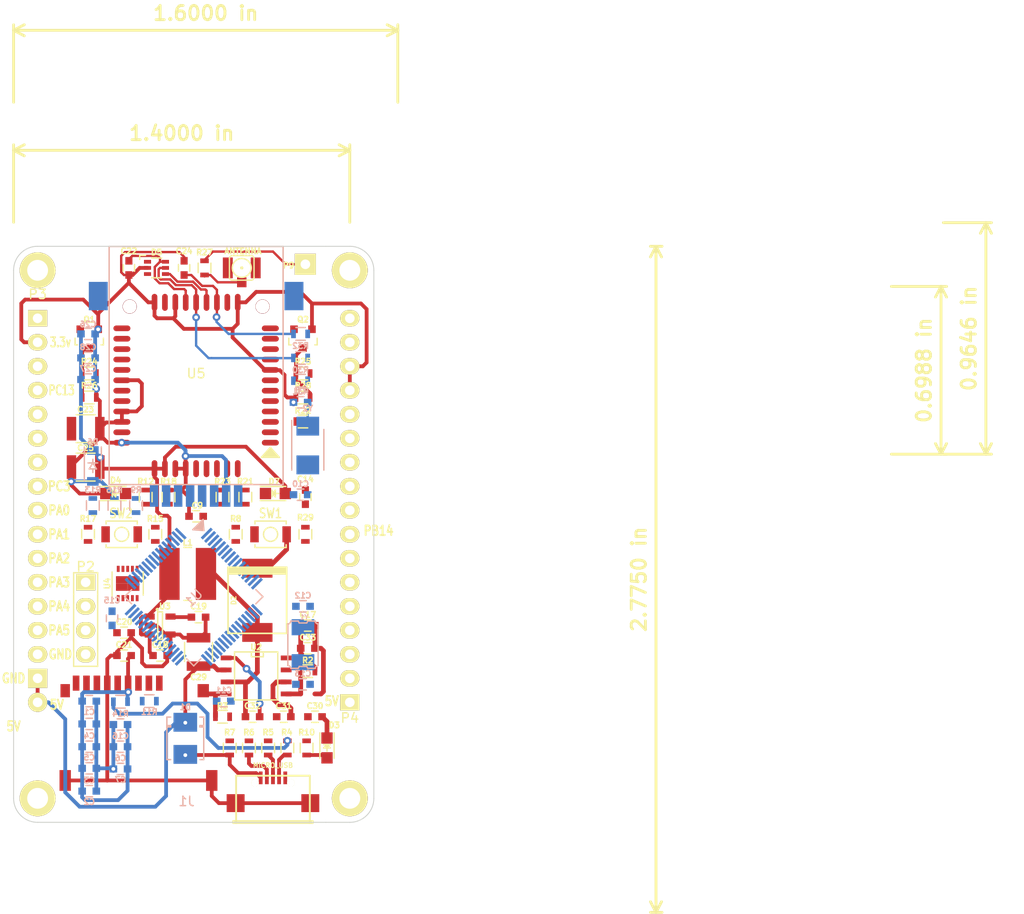
<source format=kicad_pcb>
(kicad_pcb (version 4) (host pcbnew 4.1.0-alpha+201608010717+6997~46~ubuntu14.04.1-product)
  (layers (0 F.Cu signal) (31 B.Cu signal) (34 B.Paste user) (35 F.Paste user) (36 B.SilkS user) (37 F.SilkS user) (38 B.Mask user) (39 F.Mask user) (44 Edge.Cuts user))
  (net 0 "")
  (net 1 +3V3)
  (net 2 GND)
  (net 3 "Net-(C8-Pad1)")
  (net 4 "Net-(C10-Pad1)")
  (net 5 "Net-(C11-Pad1)")
  (net 6 "Net-(C12-Pad1)")
  (net 7 "Net-(C13-Pad2)")
  (net 8 "Net-(C15-Pad1)")
  (net 9 "Net-(C17-Pad1)")
  (net 10 VDD)
  (net 11 SIM800C_VDD)
  (net 12 "Net-(C23-Pad1)")
  (net 13 SIM800C_DATA)
  (net 14 +5V)
  (net 15 "Net-(C30-Pad1)")
  (net 16 "Net-(C31-Pad1)")
  (net 17 "Net-(C31-Pad2)")
  (net 18 "Net-(C32-Pad1)")
  (net 19 "Net-(C32-Pad2)")
  (net 20 "Net-(CONN1-Pad1)")
  (net 21 "Net-(CONN1-Pad2)")
  (net 22 "Net-(CONN1-Pad3)")
  (net 23 "Net-(CONN1-Pad4)")
  (net 24 "Net-(D3-Pad2)")
  (net 25 "Net-(D4-Pad2)")
  (net 26 "Net-(D5-Pad1)")
  (net 27 "Net-(D5-Pad3)")
  (net 28 SIM800C_CLK)
  (net 29 SIM800C_RST)
  (net 30 "Net-(D7-Pad1)")
  (net 31 PC10_SDIO_D2)
  (net 32 PC11_SDIO_D3)
  (net 33 PD2_SDIO_CMD)
  (net 34 PC12_SDIO_CK)
  (net 35 PC8_SDIO_D0)
  (net 36 PC9_SDIO_D1)
  (net 37 PA8_SDIO_SW)
  (net 38 "Net-(Q1-Pad2)")
  (net 39 "Net-(Q1-Pad3)")
  (net 40 SIM800C_PWRKEY)
  (net 41 "Net-(Q2-Pad3)")
  (net 42 "Net-(R1-Pad2)")
  (net 43 PA10_ID)
  (net 44 PA12_DP)
  (net 45 PA11_DM)
  (net 46 PA9_VBUS)
  (net 47 "Net-(R9-Pad2)")
  (net 48 PA15_LED)
  (net 49 PB3_BUTTON)
  (net 50 PB10)
  (net 51 PB11)
  (net 52 SIM800C_DTR)
  (net 53 "Net-(R21-Pad2)")
  (net 54 SIM800C_RI)
  (net 55 "Net-(R22-Pad2)")
  (net 56 SIM800C_DCD)
  (net 57 "Net-(R23-Pad2)")
  (net 58 SIM800C_NETLIGHT)
  (net 59 PA7_PWRKEY)
  (net 60 GSM_ANT)
  (net 61 "Net-(ANT1-Pad1)")
  (net 62 "Net-(R30-Pad1)")
  (net 63 "Net-(R31-Pad1)")
  (net 64 PC13)
  (net 65 PC0)
  (net 66 PC1)
  (net 67 PC2)
  (net 68 PC3)
  (net 69 PA0)
  (net 70 PA1)
  (net 71 PA2)
  (net 72 PA3)
  (net 73 PA4)
  (net 74 PA5)
  (net 75 PA6)
  (net 76 PB1)
  (net 77 PB12)
  (net 78 PB13)
  (net 79 PB14)
  (net 80 PB15)
  (net 81 SIM800C_RXD)
  (net 82 SIM800C_TXD)
  (net 83 PA13_SWDIO)
  (net 84 PA14_SWCLK)
  (net 85 PB4)
  (net 86 PB8)
  (net 87 PB9)
  (net 88 "Net-(U4-Pad2)")
  (net 89 "Net-(U5-Pad3)")
  (net 90 "Net-(U5-Pad4)")
  (net 91 "Net-(U5-Pad9)")
  (net 92 "Net-(U5-Pad10)")
  (net 93 "Net-(U5-Pad11)")
  (net 94 "Net-(U5-Pad12)")
  (net 95 "Net-(U5-Pad22)")
  (net 96 "Net-(U5-Pad23)")
  (net 97 "Net-(U5-Pad24)")
  (net 98 "Net-(U5-Pad25)")
  (net 99 "Net-(U5-Pad26)")
  (net 100 "Net-(U5-Pad29)")
  (net 101 "Net-(U5-Pad42)")
  (net 102 "Net-(U5-Pad40)")
  (net 103 "Net-(U5-Pad38)")
  (net 104 "Net-(U5-Pad20)")
  (net 105 "Net-(U5-Pad14)")
  (net 106 "Net-(U6-Pad6)")
  (net 107 /RST)
  (net 108 VBAT)
  (net 109 /PB5)
  (net 110 /PB6_SCL)
  (net 111 /PB7_SDA)
  (net 112 /PB2)
  (net 113 "Net-(U2-Pad7)")
  (net 114 "Net-(P5-Pad1)")
  (net 115 "Net-(P6-Pad1)")
  (net 116 "Net-(P7-Pad1)")
  (net 117 "Net-(P8-Pad1)")
  (module w_conn_rf:coaxial_u.fl-r-smt-1 (layer F.Cu) (at 161.29 65.786)
    (fp_text reference ANT1 hide)
    (fp_text value ANTENNA (at 0.127 -1.778) (layer F.SilkS) (effects (font (size 0.6 0.6))))
    (pad 2 smd rect (at -1.475 0) (size 1.05 2.2) (layers F.Cu F.Paste F.Mask))
    (pad 2 smd rect (at 1.475 0) (size 1.05 2.2) (layers F.Cu F.Paste F.Mask))
    (pad 1 smd rect (at 0 1.525) (size 1 1.05) (layers F.Cu F.Paste F.Mask) (net 61 "Net-(ANT1-Pad1)"))
  )
  (module Pin_Headers:Pin_Header_Straight_1x04 (layer F.Cu) (at 144.78 99.06)
    (fp_text reference P2 (at 0 -1.651) (layer F.SilkS))
    (fp_text value CONN_01X04 hide)
    (pad 1 thru_hole rect (at 0 0) (size 2.032 1.7272) (drill 1.016) (layers *.Cu *.Mask F.SilkS) (net 1 +3V3))
    (pad 2 thru_hole oval (at 0 2.54) (size 2.032 1.7272) (drill 1.016) (layers *.Cu *.Mask F.SilkS) (net 2 GND))
    (pad 3 thru_hole oval (at 0 5.08) (size 2.032 1.7272) (drill 1.016) (layers *.Cu *.Mask F.SilkS) (net 84 PA14_SWCLK))
    (pad 4 thru_hole oval (at 0 7.62) (size 2.032 1.7272) (drill 1.016) (layers *.Cu *.Mask F.SilkS) (net 83 PA13_SWDIO))
  )
  (module lib:MicroSD_Push-Push-A (layer F.Cu) (at 150.368 109.728 270)
    (fp_text reference J1 (at 12.5095 -5.08) (layer B.SilkS) (effects (justify mirror)))
    (fp_text value "MICRO_SD_HINGE - Micro SD socket Push-Push A" hide)
    (pad 3 smd rect (at 0 0 270) (size 1.6 0.7) (layers F.Cu F.Paste F.Mask) (net 33 PD2_SDIO_CMD))
    (pad 4 smd rect (at 0 1.1 270) (size 1.6 0.7) (layers F.Cu F.Paste F.Mask) (net 1 +3V3))
    (pad 5 smd rect (at 0 2.2 270) (size 1.6 0.7) (layers F.Cu F.Paste F.Mask) (net 34 PC12_SDIO_CK))
    (pad 6 smd rect (at 0 3.3 270) (size 1.6 0.7) (layers F.Cu F.Paste F.Mask) (net 2 GND))
    (pad 7 smd rect (at 0 4.4 270) (size 1.6 0.7) (layers F.Cu F.Paste F.Mask) (net 35 PC8_SDIO_D0))
    (pad 8 smd rect (at 0 5.5 270) (size 1.6 0.7) (layers F.Cu F.Paste F.Mask) (net 36 PC9_SDIO_D1))
    (pad 9 smd rect (at 0 6.6 270) (size 1.6 0.7) (layers F.Cu F.Paste F.Mask) (net 37 PA8_SDIO_SW))
    (pad 1 smd rect (at 0 -2.2 270) (size 1.6 0.7) (layers F.Cu F.Paste F.Mask) (net 31 PC10_SDIO_D2))
    (pad 2 smd rect (at 0 -1.1 270) (size 1.6 0.7) (layers F.Cu F.Paste F.Mask) (net 32 PC11_SDIO_D3))
    (pad "" smd rect (at 0.8 7.75 270) (size 1.4 1) (layers F.Cu F.Paste F.Mask))
    (pad 12 smd rect (at 0.8 -6.85 270) (size 1.4 1.2) (layers F.Cu F.Paste F.Mask) (net 2 GND))
    (pad 10 smd rect (at 10.3 7.75 270) (size 2.2 1.2) (layers F.Cu F.Paste F.Mask) (net 2 GND))
    (pad 11 smd rect (at 10.3 -7.75 270) (size 2.2 1.2) (layers F.Cu F.Paste F.Mask) (net 2 GND))
  )
  (module w_conn_pc:conn_usb_B_micro_smd-2 (layer F.Cu) (at 164.592 122.428)
    (fp_text reference CONN1 hide)
    (fp_text value MICRO_USB (at 0 -4.0005) (layer F.SilkS) (effects (font (size 0.50038 0.50038) (thickness 0.09906))))
    (pad 6 smd rect (at 3.9497 0) (size 1.89738 1.89738) (layers F.Cu F.Paste F.Mask) (net 2 GND))
    (pad 6 smd rect (at -3.9497 0) (size 1.89738 1.89738) (layers F.Cu F.Paste F.Mask) (net 2 GND))
    (pad 1 smd rect (at -1.30048 -2.67462) (size 0.39878 1.34874) (layers F.Cu F.Paste F.Mask) (net 20 "Net-(CONN1-Pad1)"))
    (pad 2 smd rect (at -0.6477 -2.67462) (size 0.39878 1.3462) (layers F.Cu F.Paste F.Mask) (net 21 "Net-(CONN1-Pad2)"))
    (pad 3 smd rect (at 0 -2.67462) (size 0.39878 1.3462) (layers F.Cu F.Paste F.Mask) (net 22 "Net-(CONN1-Pad3)"))
    (pad 4 smd rect (at 0.6477 -2.67462) (size 0.39878 1.3462) (layers F.Cu F.Paste F.Mask) (net 23 "Net-(CONN1-Pad4)"))
    (pad 5 smd rect (at 1.30048 -2.67462) (size 0.39878 1.3462) (layers F.Cu F.Paste F.Mask) (net 2 GND))
    (pad "" np_thru_hole circle (at 1.89738 -2.1463) (size 0.79756 0.79756) (drill 0.79756) (layers *.Cu *.Mask F.SilkS))
    (pad "" np_thru_hole circle (at -1.89992 -2.14884) (size 0.79756 0.79756) (drill 0.79756) (layers *.Cu *.Mask F.SilkS))
  )
  (module Pin_Headers:Pin_Header_Straight_1x01 (layer F.Cu) (at 168.021 65.405)
    (fp_text reference P9 (at -1.778 0.127) (layer F.SilkS) (effects (font (size 0.6 0.6))))
    (fp_text value "Chip anten" hide)
    (pad 1 thru_hole rect (at 0 0) (size 2.2352 2.2352) (drill 1.016) (layers *.Cu *.Mask F.SilkS) (net 60 GSM_ANT))
  )
  (module Pin_Headers:Pin_Header_Straight_1x02 (layer F.Cu) (at 139.7 109.22)
    (fp_text reference P1 (at 0 -5.1) (layer F.SilkS))
    (fp_text value CONN_01X02 hide)
    (pad 1 thru_hole rect (at 0 0) (size 2.032 2.032) (drill 1.016) (layers *.Cu *.Mask F.SilkS) (net 14 +5V))
    (pad 2 thru_hole oval (at 0 2.54) (size 2.032 2.032) (drill 1.016) (layers *.Cu *.Mask F.SilkS) (net 14 +5V))
  )
  (module lib:TQFP-64_10x10mm_Pitch0.5mm (layer B.Cu) (at 156.21 100.584 225)
    (fp_text reference U1 (at 0.089803 -0.089803 225) (layer B.SilkS) (effects (justify mirror)))
    (fp_text value STM32F405RGTx hide)
    (pad 1 smd rect (at -5.7 3.75 225) (size 1.5 0.3) (layers B.Cu B.Paste B.Mask) (net 108 VBAT))
    (pad 2 smd rect (at -5.7 3.25 225) (size 1.5 0.3) (layers B.Cu B.Paste B.Mask) (net 64 PC13))
    (pad 3 smd rect (at -5.7 2.75 225) (size 1.5 0.3) (layers B.Cu B.Paste B.Mask) (net 3 "Net-(C8-Pad1)"))
    (pad 4 smd rect (at -5.7 2.25 225) (size 1.5 0.3) (layers B.Cu B.Paste B.Mask) (net 4 "Net-(C10-Pad1)"))
    (pad 5 smd rect (at -5.7 1.75 225) (size 1.5 0.3) (layers B.Cu B.Paste B.Mask) (net 6 "Net-(C12-Pad1)"))
    (pad 6 smd rect (at -5.7 1.25 225) (size 1.5 0.3) (layers B.Cu B.Paste B.Mask) (net 7 "Net-(C13-Pad2)"))
    (pad 7 smd rect (at -5.7 0.75 225) (size 1.5 0.3) (layers B.Cu B.Paste B.Mask) (net 107 /RST))
    (pad 8 smd rect (at -5.7 0.25 225) (size 1.5 0.3) (layers B.Cu B.Paste B.Mask) (net 65 PC0))
    (pad 9 smd rect (at -5.7 -0.25 225) (size 1.5 0.3) (layers B.Cu B.Paste B.Mask) (net 66 PC1))
    (pad 10 smd rect (at -5.7 -0.75 225) (size 1.5 0.3) (layers B.Cu B.Paste B.Mask) (net 67 PC2))
    (pad 11 smd rect (at -5.7 -1.25 225) (size 1.5 0.3) (layers B.Cu B.Paste B.Mask) (net 68 PC3))
    (pad 12 smd rect (at -5.7 -1.75 225) (size 1.5 0.3) (layers B.Cu B.Paste B.Mask) (net 2 GND))
    (pad 13 smd rect (at -5.7 -2.25 225) (size 1.5 0.3) (layers B.Cu B.Paste B.Mask) (net 1 +3V3))
    (pad 14 smd rect (at -5.7 -2.75 225) (size 1.5 0.3) (layers B.Cu B.Paste B.Mask) (net 69 PA0))
    (pad 15 smd rect (at -5.7 -3.25 225) (size 1.5 0.3) (layers B.Cu B.Paste B.Mask) (net 70 PA1))
    (pad 16 smd rect (at -5.7 -3.75 225) (size 1.5 0.3) (layers B.Cu B.Paste B.Mask) (net 71 PA2))
    (pad 17 smd rect (at -3.75 -5.7 135) (size 1.5 0.3) (layers B.Cu B.Paste B.Mask) (net 72 PA3))
    (pad 18 smd rect (at -3.25 -5.7 135) (size 1.5 0.3) (layers B.Cu B.Paste B.Mask) (net 2 GND))
    (pad 19 smd rect (at -2.75 -5.7 135) (size 1.5 0.3) (layers B.Cu B.Paste B.Mask) (net 1 +3V3))
    (pad 20 smd rect (at -2.25 -5.7 135) (size 1.5 0.3) (layers B.Cu B.Paste B.Mask) (net 73 PA4))
    (pad 21 smd rect (at -1.75 -5.7 135) (size 1.5 0.3) (layers B.Cu B.Paste B.Mask) (net 74 PA5))
    (pad 22 smd rect (at -1.25 -5.7 135) (size 1.5 0.3) (layers B.Cu B.Paste B.Mask) (net 75 PA6))
    (pad 23 smd rect (at -0.75 -5.7 135) (size 1.5 0.3) (layers B.Cu B.Paste B.Mask) (net 59 PA7_PWRKEY))
    (pad 24 smd rect (at -0.25 -5.7 135) (size 1.5 0.3) (layers B.Cu B.Paste B.Mask) (net 56 SIM800C_DCD))
    (pad 25 smd rect (at 0.25 -5.7 135) (size 1.5 0.3) (layers B.Cu B.Paste B.Mask) (net 52 SIM800C_DTR))
    (pad 26 smd rect (at 0.75 -5.7 135) (size 1.5 0.3) (layers B.Cu B.Paste B.Mask) (net 54 SIM800C_RI))
    (pad 27 smd rect (at 1.25 -5.7 135) (size 1.5 0.3) (layers B.Cu B.Paste B.Mask) (net 76 PB1))
    (pad 28 smd rect (at 1.75 -5.7 135) (size 1.5 0.3) (layers B.Cu B.Paste B.Mask) (net 112 /PB2))
    (pad 29 smd rect (at 2.25 -5.7 135) (size 1.5 0.3) (layers B.Cu B.Paste B.Mask) (net 50 PB10))
    (pad 30 smd rect (at 2.75 -5.7 135) (size 1.5 0.3) (layers B.Cu B.Paste B.Mask) (net 51 PB11))
    (pad 31 smd rect (at 3.25 -5.7 135) (size 1.5 0.3) (layers B.Cu B.Paste B.Mask) (net 5 "Net-(C11-Pad1)"))
    (pad 32 smd rect (at 3.75 -5.7 135) (size 1.5 0.3) (layers B.Cu B.Paste B.Mask) (net 1 +3V3))
    (pad 33 smd rect (at 5.7 -3.75 225) (size 1.5 0.3) (layers B.Cu B.Paste B.Mask) (net 77 PB12))
    (pad 34 smd rect (at 5.7 -3.25 225) (size 1.5 0.3) (layers B.Cu B.Paste B.Mask) (net 78 PB13))
    (pad 35 smd rect (at 5.7 -2.75 225) (size 1.5 0.3) (layers B.Cu B.Paste B.Mask) (net 79 PB14))
    (pad 36 smd rect (at 5.7 -2.25 225) (size 1.5 0.3) (layers B.Cu B.Paste B.Mask) (net 80 PB15))
    (pad 37 smd rect (at 5.7 -1.75 225) (size 1.5 0.3) (layers B.Cu B.Paste B.Mask) (net 81 SIM800C_RXD))
    (pad 38 smd rect (at 5.7 -1.25 225) (size 1.5 0.3) (layers B.Cu B.Paste B.Mask) (net 82 SIM800C_TXD))
    (pad 39 smd rect (at 5.7 -0.75 225) (size 1.5 0.3) (layers B.Cu B.Paste B.Mask) (net 35 PC8_SDIO_D0))
    (pad 40 smd rect (at 5.7 -0.25 225) (size 1.5 0.3) (layers B.Cu B.Paste B.Mask) (net 36 PC9_SDIO_D1))
    (pad 41 smd rect (at 5.7 0.25 225) (size 1.5 0.3) (layers B.Cu B.Paste B.Mask) (net 37 PA8_SDIO_SW))
    (pad 42 smd rect (at 5.7 0.75 225) (size 1.5 0.3) (layers B.Cu B.Paste B.Mask) (net 46 PA9_VBUS))
    (pad 43 smd rect (at 5.7 1.25 225) (size 1.5 0.3) (layers B.Cu B.Paste B.Mask) (net 43 PA10_ID))
    (pad 44 smd rect (at 5.7 1.75 225) (size 1.5 0.3) (layers B.Cu B.Paste B.Mask) (net 45 PA11_DM))
    (pad 45 smd rect (at 5.7 2.25 225) (size 1.5 0.3) (layers B.Cu B.Paste B.Mask) (net 44 PA12_DP))
    (pad 46 smd rect (at 5.7 2.75 225) (size 1.5 0.3) (layers B.Cu B.Paste B.Mask) (net 83 PA13_SWDIO))
    (pad 47 smd rect (at 5.7 3.25 225) (size 1.5 0.3) (layers B.Cu B.Paste B.Mask) (net 8 "Net-(C15-Pad1)"))
    (pad 48 smd rect (at 5.7 3.75 225) (size 1.5 0.3) (layers B.Cu B.Paste B.Mask) (net 1 +3V3))
    (pad 49 smd rect (at 3.75 5.7 135) (size 1.5 0.3) (layers B.Cu B.Paste B.Mask) (net 84 PA14_SWCLK))
    (pad 50 smd rect (at 3.25 5.7 135) (size 1.5 0.3) (layers B.Cu B.Paste B.Mask) (net 48 PA15_LED))
    (pad 51 smd rect (at 2.75 5.7 135) (size 1.5 0.3) (layers B.Cu B.Paste B.Mask) (net 31 PC10_SDIO_D2))
    (pad 52 smd rect (at 2.25 5.7 135) (size 1.5 0.3) (layers B.Cu B.Paste B.Mask) (net 32 PC11_SDIO_D3))
    (pad 53 smd rect (at 1.75 5.7 135) (size 1.5 0.3) (layers B.Cu B.Paste B.Mask) (net 34 PC12_SDIO_CK))
    (pad 54 smd rect (at 1.25 5.7 135) (size 1.5 0.3) (layers B.Cu B.Paste B.Mask) (net 33 PD2_SDIO_CMD))
    (pad 55 smd rect (at 0.75 5.7 135) (size 1.5 0.3) (layers B.Cu B.Paste B.Mask) (net 49 PB3_BUTTON))
    (pad 56 smd rect (at 0.25 5.7 135) (size 1.5 0.3) (layers B.Cu B.Paste B.Mask) (net 85 PB4))
    (pad 57 smd rect (at -0.25 5.7 135) (size 1.5 0.3) (layers B.Cu B.Paste B.Mask) (net 109 /PB5))
    (pad 58 smd rect (at -0.75 5.7 135) (size 1.5 0.3) (layers B.Cu B.Paste B.Mask) (net 110 /PB6_SCL))
    (pad 59 smd rect (at -1.25 5.7 135) (size 1.5 0.3) (layers B.Cu B.Paste B.Mask) (net 111 /PB7_SDA))
    (pad 60 smd rect (at -1.75 5.7 135) (size 1.5 0.3) (layers B.Cu B.Paste B.Mask) (net 47 "Net-(R9-Pad2)"))
    (pad 61 smd rect (at -2.25 5.7 135) (size 1.5 0.3) (layers B.Cu B.Paste B.Mask) (net 86 PB8))
    (pad 62 smd rect (at -2.75 5.7 135) (size 1.5 0.3) (layers B.Cu B.Paste B.Mask) (net 87 PB9))
    (pad 63 smd rect (at -3.25 5.7 135) (size 1.5 0.3) (layers B.Cu B.Paste B.Mask) (net 2 GND))
    (pad 64 smd rect (at -3.75 5.7 135) (size 1.5 0.3) (layers B.Cu B.Paste B.Mask) (net 1 +3V3))
  )
  (module Pin_Headers:Pin_Header_Straight_1x17 (layer F.Cu) (at 172.72 111.76 180)
    (fp_text reference P4 (at 0 -1.651 180) (layer F.SilkS))
    (fp_text value CONN_01X17 hide)
    (pad 1 thru_hole rect (at 0 0 180) (size 2.032 1.7272) (drill 1.016) (layers *.Cu *.Mask F.SilkS) (net 1 +3V3))
    (pad 2 thru_hole oval (at 0 2.54 180) (size 2.032 1.7272) (drill 1.016) (layers *.Cu *.Mask F.SilkS) (net 2 GND))
    (pad 3 thru_hole oval (at 0 5.08 180) (size 2.032 1.7272) (drill 1.016) (layers *.Cu *.Mask F.SilkS) (net 75 PA6))
    (pad 4 thru_hole oval (at 0 7.62 180) (size 2.032 1.7272) (drill 1.016) (layers *.Cu *.Mask F.SilkS) (net 74 PA5))
    (pad 5 thru_hole oval (at 0 10.16 180) (size 2.032 1.7272) (drill 1.016) (layers *.Cu *.Mask F.SilkS) (net 73 PA4))
    (pad 6 thru_hole oval (at 0 12.7 180) (size 2.032 1.7272) (drill 1.016) (layers *.Cu *.Mask F.SilkS) (net 72 PA3))
    (pad 7 thru_hole oval (at 0 15.24 180) (size 2.032 1.7272) (drill 1.016) (layers *.Cu *.Mask F.SilkS) (net 71 PA2))
    (pad 8 thru_hole oval (at 0 17.78 180) (size 2.032 1.7272) (drill 1.016) (layers *.Cu *.Mask F.SilkS) (net 70 PA1))
    (pad 9 thru_hole oval (at 0 20.32 180) (size 2.032 1.7272) (drill 1.016) (layers *.Cu *.Mask F.SilkS) (net 69 PA0))
    (pad 10 thru_hole oval (at 0 22.86 180) (size 2.032 1.7272) (drill 1.016) (layers *.Cu *.Mask F.SilkS) (net 68 PC3))
    (pad 11 thru_hole oval (at 0 25.4 180) (size 2.032 1.7272) (drill 1.016) (layers *.Cu *.Mask F.SilkS) (net 67 PC2))
    (pad 12 thru_hole oval (at 0 27.94 180) (size 2.032 1.7272) (drill 1.016) (layers *.Cu *.Mask F.SilkS) (net 66 PC1))
    (pad 13 thru_hole oval (at 0 30.48 180) (size 2.032 1.7272) (drill 1.016) (layers *.Cu *.Mask F.SilkS) (net 65 PC0))
    (pad 14 thru_hole oval (at 0 33.02 180) (size 2.032 1.7272) (drill 1.016) (layers *.Cu *.Mask F.SilkS) (net 2 GND))
    (pad 15 thru_hole oval (at 0 35.56 180) (size 2.032 1.7272) (drill 1.016) (layers *.Cu *.Mask F.SilkS) (net 2 GND))
    (pad 16 thru_hole oval (at 0 38.1 180) (size 2.032 1.7272) (drill 1.016) (layers *.Cu *.Mask F.SilkS) (net 1 +3V3))
    (pad 17 thru_hole oval (at 0 40.64 180) (size 2.032 1.7272) (drill 1.016) (layers *.Cu *.Mask F.SilkS) (net 108 VBAT))
  )
  (module Pin_Headers:Pin_Header_Straight_1x15 (layer F.Cu) (at 139.7 71.12)
    (fp_text reference P3 (at 0 -2.54) (layer F.SilkS))
    (fp_text value CONN_01X15 hide)
    (pad 1 thru_hole rect (at 0 0) (size 2.032 1.7272) (drill 1.016) (layers *.Cu *.Mask F.SilkS) (net 1 +3V3))
    (pad 2 thru_hole oval (at 0 2.54) (size 2.032 1.7272) (drill 1.016) (layers *.Cu *.Mask F.SilkS) (net 2 GND))
    (pad 3 thru_hole oval (at 0 5.08) (size 2.032 1.7272) (drill 1.016) (layers *.Cu *.Mask F.SilkS) (net 64 PC13))
    (pad 4 thru_hole oval (at 0 7.62) (size 2.032 1.7272) (drill 1.016) (layers *.Cu *.Mask F.SilkS) (net 87 PB9))
    (pad 5 thru_hole oval (at 0 10.16) (size 2.032 1.7272) (drill 1.016) (layers *.Cu *.Mask F.SilkS) (net 86 PB8))
    (pad 6 thru_hole oval (at 0 12.7) (size 2.032 1.7272) (drill 1.016) (layers *.Cu *.Mask F.SilkS) (net 85 PB4))
    (pad 7 thru_hole oval (at 0 15.24) (size 2.032 1.7272) (drill 1.016) (layers *.Cu *.Mask F.SilkS) (net 80 PB15))
    (pad 8 thru_hole oval (at 0 17.78) (size 2.032 1.7272) (drill 1.016) (layers *.Cu *.Mask F.SilkS) (net 79 PB14))
    (pad 9 thru_hole oval (at 0 20.32) (size 2.032 1.7272) (drill 1.016) (layers *.Cu *.Mask F.SilkS) (net 78 PB13))
    (pad 10 thru_hole oval (at 0 22.86) (size 2.032 1.7272) (drill 1.016) (layers *.Cu *.Mask F.SilkS) (net 77 PB12))
    (pad 11 thru_hole oval (at 0 25.4) (size 2.032 1.7272) (drill 1.016) (layers *.Cu *.Mask F.SilkS) (net 51 PB11))
    (pad 12 thru_hole oval (at 0 27.94) (size 2.032 1.7272) (drill 1.016) (layers *.Cu *.Mask F.SilkS) (net 50 PB10))
    (pad 13 thru_hole oval (at 0 30.48) (size 2.032 1.7272) (drill 1.016) (layers *.Cu *.Mask F.SilkS) (net 76 PB1))
    (pad 14 thru_hole oval (at 0 33.02) (size 2.032 1.7272) (drill 1.016) (layers *.Cu *.Mask F.SilkS) (net 2 GND))
    (pad 15 thru_hole oval (at 0 35.56) (size 2.032 1.7272) (drill 1.016) (layers *.Cu *.Mask F.SilkS) (net 2 GND))
  )
  (module lib:SIM_HOLD_115A-ADA0-R02 (layer B.Cu) (at 156.464 89.916 90)
    (fp_text reference U6 hide)
    (fp_text value "SIM HOLD - PPSS-6P" hide)
    (pad 3 smd rect (at 0 -0.635 90) (size 2.3 0.9) (layers B.Cu B.Paste B.Mask) (net 63 "Net-(R31-Pad1)"))
    (pad CD smd rect (at 0 -3.175 90) (size 2.3 0.9) (layers B.Cu B.Paste B.Mask))
    (pad COM smd rect (at 0 -4.445 90) (size 2.3 0.9) (layers B.Cu B.Paste B.Mask))
    (pad 2 smd rect (at 0 1.905 90) (size 2.3 0.9) (layers B.Cu B.Paste B.Mask) (net 62 "Net-(R30-Pad1)"))
    (pad 1 smd rect (at 0 4.445 90) (size 2.3 0.9) (layers B.Cu B.Paste B.Mask) (net 11 SIM800C_VDD))
    (pad 7 smd rect (at 0 -1.905 90) (size 2.3 0.9) (layers B.Cu B.Paste B.Mask) (net 27 "Net-(D5-Pad3)"))
    (pad 5 smd rect (at 0 3.175 90) (size 2.3 0.9) (layers B.Cu B.Paste B.Mask) (net 2 GND))
    (pad 6 smd rect (at 0 0.635 90) (size 2.3 0.9) (layers B.Cu B.Paste B.Mask) (net 106 "Net-(U6-Pad6)"))
    (pad "" smd rect (at 21.15 10.35 90) (size 3 2) (layers B.Cu B.Paste B.Mask))
    (pad "" smd rect (at 21.15 -10.35 90) (size 3 2) (layers B.Cu B.Paste B.Mask))
    (pad "" thru_hole circle (at 20.04 7.025 90) (size 1.5 1.5) (drill 1.4) (layers *.Cu *.Mask B.SilkS))
    (pad "" thru_hole circle (at 20.04 -7.025 90) (size 1.5 1.5) (drill 1.4) (layers *.Cu *.Mask B.SilkS))
  )
  (module Capacitors_SMD:C_0603 (layer B.Cu) (at 145.161 111.633)
    (fp_text reference C1 (at 0 1.143) (layer B.SilkS) (effects (font (size 0.6 0.6)) (justify mirror)))
    (fp_text value 4.7uF hide)
    (pad 1 smd rect (at -0.75 0) (size 0.8 0.75) (layers B.Cu B.Paste B.Mask) (net 1 +3V3))
    (pad 2 smd rect (at 0.75 0) (size 0.8 0.75) (layers B.Cu B.Paste B.Mask) (net 2 GND))
  )
  (module Capacitors_SMD:C_0603 (layer B.Cu) (at 145.161 121.158)
    (fp_text reference C2 (at 0 1.143) (layer B.SilkS) (effects (font (size 0.6 0.6)) (justify mirror)))
    (fp_text value 100nF hide)
    (pad 1 smd rect (at -0.75 0) (size 0.8 0.75) (layers B.Cu B.Paste B.Mask) (net 1 +3V3))
    (pad 2 smd rect (at 0.75 0) (size 0.8 0.75) (layers B.Cu B.Paste B.Mask) (net 2 GND))
  )
  (module Capacitors_SMD:C_0603 (layer B.Cu) (at 145.161 118.745)
    (fp_text reference C3 (at 0 1.27) (layer B.SilkS) (effects (font (size 0.6 0.6)) (justify mirror)))
    (fp_text value 100nF hide)
    (pad 1 smd rect (at -0.75 0) (size 0.8 0.75) (layers B.Cu B.Paste B.Mask) (net 1 +3V3))
    (pad 2 smd rect (at 0.75 0) (size 0.8 0.75) (layers B.Cu B.Paste B.Mask) (net 2 GND))
  )
  (module Capacitors_SMD:C_0603 (layer B.Cu) (at 145.161 114.046)
    (fp_text reference C4 (at 0 1.27) (layer B.SilkS) (effects (font (size 0.6 0.6)) (justify mirror)))
    (fp_text value 100nF hide)
    (pad 1 smd rect (at -0.75 0) (size 0.8 0.75) (layers B.Cu B.Paste B.Mask) (net 1 +3V3))
    (pad 2 smd rect (at 0.75 0) (size 0.8 0.75) (layers B.Cu B.Paste B.Mask) (net 2 GND))
  )
  (module Capacitors_SMD:C_0603 (layer B.Cu) (at 145.161 116.459)
    (fp_text reference C5 (at 0 1.143) (layer B.SilkS) (effects (font (size 0.6 0.6)) (justify mirror)))
    (fp_text value 100nF hide)
    (pad 1 smd rect (at -0.75 0) (size 0.8 0.75) (layers B.Cu B.Paste B.Mask) (net 1 +3V3))
    (pad 2 smd rect (at 0.75 0) (size 0.8 0.75) (layers B.Cu B.Paste B.Mask) (net 2 GND))
  )
  (module Capacitors_SMD:C_0603 (layer B.Cu) (at 148.463 116.459 180)
    (fp_text reference C6 (at 0 -1.2065 180) (layer B.SilkS) (effects (font (size 0.6 0.6)) (justify mirror)))
    (fp_text value 4.7uF hide)
    (pad 1 smd rect (at -0.75 0 180) (size 0.8 0.75) (layers B.Cu B.Paste B.Mask) (net 1 +3V3))
    (pad 2 smd rect (at 0.75 0 180) (size 0.8 0.75) (layers B.Cu B.Paste B.Mask) (net 2 GND))
  )
  (module Capacitors_SMD:C_0603 (layer B.Cu) (at 148.463 118.8085 180)
    (fp_text reference C7 (at 0 -1.143 180) (layer B.SilkS) (effects (font (size 0.6 0.6)) (justify mirror)))
    (fp_text value 100nF hide)
    (pad 1 smd rect (at -0.75 0 180) (size 0.8 0.75) (layers B.Cu B.Paste B.Mask) (net 1 +3V3))
    (pad 2 smd rect (at 0.75 0 180) (size 0.8 0.75) (layers B.Cu B.Paste B.Mask) (net 2 GND))
  )
  (module Capacitors_SMD:C_0603 (layer B.Cu) (at 167.513 80.01 180)
    (fp_text reference C8 (at 0 1.27 180) (layer B.SilkS) (effects (font (size 0.6 0.6)) (justify mirror)))
    (fp_text value 15pF hide)
    (pad 1 smd rect (at -0.75 0 180) (size 0.8 0.75) (layers B.Cu B.Paste B.Mask) (net 3 "Net-(C8-Pad1)"))
    (pad 2 smd rect (at 0.75 0 180) (size 0.8 0.75) (layers B.Cu B.Paste B.Mask) (net 2 GND))
  )
  (module Capacitors_SMD:C_0603 (layer F.Cu) (at 156.464 92.075 180)
    (fp_text reference C9 (at -0.127 1.143 180) (layer F.SilkS) (effects (font (size 0.6 0.6))))
    (fp_text value 100nF hide)
    (pad 1 smd rect (at -0.75 0 180) (size 0.8 0.75) (layers F.Cu F.Paste F.Mask) (net 108 VBAT))
    (pad 2 smd rect (at 0.75 0 180) (size 0.8 0.75) (layers F.Cu F.Paste F.Mask) (net 2 GND))
  )
  (module Capacitors_SMD:C_0603 (layer B.Cu) (at 167.513 89.789 180)
    (fp_text reference C10 (at 0 1.143 180) (layer B.SilkS) (effects (font (size 0.6 0.6)) (justify mirror)))
    (fp_text value 15pF hide)
    (pad 1 smd rect (at -0.75 0 180) (size 0.8 0.75) (layers B.Cu B.Paste B.Mask) (net 4 "Net-(C10-Pad1)"))
    (pad 2 smd rect (at 0.75 0 180) (size 0.8 0.75) (layers B.Cu B.Paste B.Mask) (net 2 GND))
  )
  (module Capacitors_SMD:C_0603 (layer B.Cu) (at 159.385 111.633)
    (fp_text reference C11 (at 0 -1.143) (layer B.SilkS) (effects (font (size 0.6 0.6)) (justify mirror)))
    (fp_text value 0.2uF hide)
    (pad 1 smd rect (at -0.75 0) (size 0.8 0.75) (layers B.Cu B.Paste B.Mask) (net 5 "Net-(C11-Pad1)"))
    (pad 2 smd rect (at 0.75 0) (size 0.8 0.75) (layers B.Cu B.Paste B.Mask) (net 2 GND))
  )
  (module Capacitors_SMD:C_0603 (layer B.Cu) (at 167.767 101.6 180)
    (fp_text reference C12 (at 0 1.143 180) (layer B.SilkS) (effects (font (size 0.6 0.6)) (justify mirror)))
    (fp_text value 27pF hide)
    (pad 1 smd rect (at -0.75 0 180) (size 0.8 0.75) (layers B.Cu B.Paste B.Mask) (net 6 "Net-(C12-Pad1)"))
    (pad 2 smd rect (at 0.75 0 180) (size 0.8 0.75) (layers B.Cu B.Paste B.Mask) (net 2 GND))
  )
  (module Capacitors_SMD:C_0603 (layer B.Cu) (at 167.767 109.855 180)
    (fp_text reference C13 (at 0 1.143 180) (layer B.SilkS) (effects (font (size 0.6 0.6)) (justify mirror)))
    (fp_text value 27pF hide)
    (pad 1 smd rect (at -0.75 0 180) (size 0.8 0.75) (layers B.Cu B.Paste B.Mask) (net 2 GND))
    (pad 2 smd rect (at 0.75 0 180) (size 0.8 0.75) (layers B.Cu B.Paste B.Mask) (net 7 "Net-(C13-Pad2)"))
  )
  (module Capacitors_SMD:C_0603 (layer F.Cu) (at 168.021 90.043 90)
    (fp_text reference C14 (at 1.905 0 180) (layer F.SilkS) (effects (font (size 0.6 0.6))))
    (fp_text value 100nF hide)
    (pad 1 smd rect (at -0.75 0 90) (size 0.8 0.75) (layers F.Cu F.Paste F.Mask) (net 107 /RST))
    (pad 2 smd rect (at 0.75 0 90) (size 0.8 0.75) (layers F.Cu F.Paste F.Mask) (net 2 GND))
  )
  (module Capacitors_SMD:C_0603 (layer B.Cu) (at 147.574 102.87 270)
    (fp_text reference C15 (at -1.905 0) (layer B.SilkS) (effects (font (size 0.6 0.6)) (justify mirror)))
    (fp_text value 2.2uF hide)
    (pad 1 smd rect (at -0.75 0 270) (size 0.8 0.75) (layers B.Cu B.Paste B.Mask) (net 8 "Net-(C15-Pad1)"))
    (pad 2 smd rect (at 0.75 0 270) (size 0.8 0.75) (layers B.Cu B.Paste B.Mask) (net 2 GND))
  )
  (module Capacitors_SMD:C_0603 (layer B.Cu) (at 148.463 114.1095 180)
    (fp_text reference C16 (at 0 -1.2065 180) (layer B.SilkS) (effects (font (size 0.6 0.6)) (justify mirror)))
    (fp_text value 4.7uF hide)
    (pad 1 smd rect (at -0.75 0 180) (size 0.8 0.75) (layers B.Cu B.Paste B.Mask) (net 1 +3V3))
    (pad 2 smd rect (at 0.75 0 180) (size 0.8 0.75) (layers B.Cu B.Paste B.Mask) (net 2 GND))
  )
  (module Capacitors_SMD:C_0603 (layer F.Cu) (at 168.275 103.632 180)
    (fp_text reference C17 (at 0 1.143 180) (layer F.SilkS) (effects (font (size 0.6 0.6))))
    (fp_text value 22uF hide)
    (pad 1 smd rect (at -0.75 0 180) (size 0.8 0.75) (layers F.Cu F.Paste F.Mask) (net 9 "Net-(C17-Pad1)"))
    (pad 2 smd rect (at 0.75 0 180) (size 0.8 0.75) (layers F.Cu F.Paste F.Mask) (net 2 GND))
  )
  (module Capacitors_SMD:C_0603 (layer F.Cu) (at 152.654 106.807)
    (fp_text reference C18 (at 0 -1.143) (layer F.SilkS) (effects (font (size 0.6 0.6))))
    (fp_text value 10uF hide)
    (pad 1 smd rect (at -0.75 0) (size 0.8 0.75) (layers F.Cu F.Paste F.Mask) (net 10 VDD))
    (pad 2 smd rect (at 0.75 0) (size 0.8 0.75) (layers F.Cu F.Paste F.Mask) (net 2 GND))
  )
  (module Capacitors_SMD:C_0603 (layer F.Cu) (at 156.718 102.743)
    (fp_text reference C19 (at 0 -1.143 180) (layer F.SilkS) (effects (font (size 0.6 0.6))))
    (fp_text value 10uF hide)
    (pad 1 smd rect (at -0.75 0) (size 0.8 0.75) (layers F.Cu F.Paste F.Mask) (net 1 +3V3))
    (pad 2 smd rect (at 0.75 0) (size 0.8 0.75) (layers F.Cu F.Paste F.Mask) (net 2 GND))
  )
  (module Capacitors_SMD:C_0603 (layer F.Cu) (at 148.844 104.394)
    (fp_text reference C20 (at 0 -1.143) (layer F.SilkS) (effects (font (size 0.6 0.6))))
    (fp_text value 100nF hide)
    (pad 1 smd rect (at -0.75 0) (size 0.8 0.75) (layers F.Cu F.Paste F.Mask) (net 109 /PB5))
    (pad 2 smd rect (at 0.75 0) (size 0.8 0.75) (layers F.Cu F.Paste F.Mask) (net 2 GND))
  )
  (module Capacitors_SMD:C_0603 (layer F.Cu) (at 148.844 106.807 180)
    (fp_text reference C21 (at 0 1.143 180) (layer F.SilkS) (effects (font (size 0.6 0.6))))
    (fp_text value 100nF hide)
    (pad 1 smd rect (at -0.75 0 180) (size 0.8 0.75) (layers F.Cu F.Paste F.Mask) (net 1 +3V3))
    (pad 2 smd rect (at 0.75 0 180) (size 0.8 0.75) (layers F.Cu F.Paste F.Mask) (net 2 GND))
  )
  (module Capacitors_SMD:C_0603 (layer F.Cu) (at 149.352 65.786 270)
    (fp_text reference C22 (at -1.778 0) (layer F.SilkS) (effects (font (size 0.6 0.6))))
    (fp_text value 100nF hide)
    (pad 1 smd rect (at -0.75 0 270) (size 0.8 0.75) (layers F.Cu F.Paste F.Mask) (net 11 SIM800C_VDD))
    (pad 2 smd rect (at 0.75 0 270) (size 0.8 0.75) (layers F.Cu F.Paste F.Mask) (net 2 GND))
  )
  (module Capacitors_SMD:C_1210 (layer F.Cu) (at 144.78 82.804)
    (fp_text reference C23 (at 0 -2.032 180) (layer F.SilkS) (effects (font (size 0.6 0.6))))
    (fp_text value 100uF hide)
    (pad 1 smd rect (at -1.5 0) (size 1 2.5) (layers F.Cu F.Paste F.Mask) (net 12 "Net-(C23-Pad1)"))
    (pad 2 smd rect (at 1.5 0) (size 1 2.5) (layers F.Cu F.Paste F.Mask) (net 2 GND))
  )
  (module Capacitors_SMD:C_0603 (layer F.Cu) (at 155.194 65.786 90)
    (fp_text reference C24 (at 1.778 0 180) (layer F.SilkS) (effects (font (size 0.6 0.6))))
    (fp_text value 22pF hide)
    (pad 1 smd rect (at -0.75 0 90) (size 0.8 0.75) (layers F.Cu F.Paste F.Mask) (net 13 SIM800C_DATA))
    (pad 2 smd rect (at 0.75 0 90) (size 0.8 0.75) (layers F.Cu F.Paste F.Mask) (net 2 GND))
  )
  (module Capacitors_SMD:C_1210 (layer F.Cu) (at 144.78 86.868 180)
    (fp_text reference C25 (at 0 2.032) (layer F.SilkS) (effects (font (size 0.6 0.6))))
    (fp_text value 100uF hide)
    (pad 1 smd rect (at -1.5 0 180) (size 1 2.5) (layers F.Cu F.Paste F.Mask) (net 10 VDD))
    (pad 2 smd rect (at 1.5 0 180) (size 1 2.5) (layers F.Cu F.Paste F.Mask) (net 2 GND))
  )
  (module Capacitors_SMD:C_0603 (layer B.Cu) (at 145.034 72.771)
    (fp_text reference C26 (at 0 -1.016) (layer B.SilkS) (effects (font (size 0.6 0.6)) (justify mirror)))
    (fp_text value 10uF hide)
    (pad 1 smd rect (at -0.75 0) (size 0.8 0.75) (layers B.Cu B.Paste B.Mask) (net 10 VDD))
    (pad 2 smd rect (at 0.75 0) (size 0.8 0.75) (layers B.Cu B.Paste B.Mask) (net 2 GND))
  )
  (module Capacitors_SMD:C_0603 (layer B.Cu) (at 145.034 77.597)
    (fp_text reference C27 (at 0 -1.143) (layer B.SilkS) (effects (font (size 0.6 0.6)) (justify mirror)))
    (fp_text value 33pF hide)
    (pad 1 smd rect (at -0.75 0) (size 0.8 0.75) (layers B.Cu B.Paste B.Mask) (net 10 VDD))
    (pad 2 smd rect (at 0.75 0) (size 0.8 0.75) (layers B.Cu B.Paste B.Mask) (net 2 GND))
  )
  (module Capacitors_SMD:C_0603 (layer B.Cu) (at 145.034 75.311)
    (fp_text reference C28 (at 0 -1.143) (layer B.SilkS) (effects (font (size 0.6 0.6)) (justify mirror)))
    (fp_text value 10pF hide)
    (pad 1 smd rect (at -0.75 0) (size 0.8 0.75) (layers B.Cu B.Paste B.Mask) (net 10 VDD))
    (pad 2 smd rect (at 0.75 0) (size 0.8 0.75) (layers B.Cu B.Paste B.Mask) (net 2 GND))
  )
  (module Capacitors_SMD:C_1210 (layer F.Cu) (at 156.718 106.426 90)
    (fp_text reference C29 (at -2.667 0) (layer F.SilkS) (effects (font (size 0.6 0.6))))
    (fp_text value 10uF/35V hide)
    (pad 1 smd rect (at -1.5 0 90) (size 1 2.5) (layers F.Cu F.Paste F.Mask) (net 14 +5V))
    (pad 2 smd rect (at 1.5 0 90) (size 1 2.5) (layers F.Cu F.Paste F.Mask) (net 2 GND))
  )
  (module Capacitors_SMD:C_0603 (layer F.Cu) (at 169.037 113.284)
    (fp_text reference C30 (at 0 -1.143) (layer F.SilkS) (effects (font (size 0.6 0.6))))
    (fp_text value 0.1uF hide)
    (pad 1 smd rect (at -0.75 0) (size 0.8 0.75) (layers F.Cu F.Paste F.Mask) (net 15 "Net-(C30-Pad1)"))
    (pad 2 smd rect (at 0.75 0) (size 0.8 0.75) (layers F.Cu F.Paste F.Mask) (net 2 GND))
  )
  (module Capacitors_SMD:C_0603 (layer F.Cu) (at 165.735 113.284 180)
    (fp_text reference C31 (at 0 1.143 180) (layer F.SilkS) (effects (font (size 0.6 0.6))))
    (fp_text value 4.7nF hide)
    (pad 1 smd rect (at -0.75 0 180) (size 0.8 0.75) (layers F.Cu F.Paste F.Mask) (net 16 "Net-(C31-Pad1)"))
    (pad 2 smd rect (at 0.75 0 180) (size 0.8 0.75) (layers F.Cu F.Paste F.Mask) (net 17 "Net-(C31-Pad2)"))
  )
  (module Capacitors_SMD:C_0603 (layer F.Cu) (at 162.433 113.284)
    (fp_text reference C32 (at 0 -1.143 180) (layer F.SilkS) (effects (font (size 0.6 0.6))))
    (fp_text value 10nF hide)
    (pad 1 smd rect (at -0.75 0) (size 0.8 0.75) (layers F.Cu F.Paste F.Mask) (net 18 "Net-(C32-Pad1)"))
    (pad 2 smd rect (at 0.75 0) (size 0.8 0.75) (layers F.Cu F.Paste F.Mask) (net 19 "Net-(C32-Pad2)"))
  )
  (module Capacitors_SMD:C_0603 (layer F.Cu) (at 168.275 106.045 180)
    (fp_text reference C33 (at 0 1.143 180) (layer F.SilkS) (effects (font (size 0.6 0.6))))
    (fp_text value 22uF hide)
    (pad 1 smd rect (at -0.75 0 180) (size 0.8 0.75) (layers F.Cu F.Paste F.Mask) (net 9 "Net-(C17-Pad1)"))
    (pad 2 smd rect (at 0.75 0 180) (size 0.8 0.75) (layers F.Cu F.Paste F.Mask) (net 2 GND))
  )
  (module LEDs:LED_0805 (layer F.Cu) (at 170.307 116.586 270)
    (fp_text reference D3 (at -2.413 -0.762) (layer F.SilkS) (effects (font (size 0.6 0.6))))
    (fp_text value Led_pwr hide)
    (pad 2 smd rect (at 1.04902 0 90) (size 1.19888 1.19888) (layers F.Cu F.Paste F.Mask) (net 24 "Net-(D3-Pad2)"))
    (pad 1 smd rect (at -1.04902 0 90) (size 1.19888 1.19888) (layers F.Cu F.Paste F.Mask) (net 2 GND))
  )
  (module LEDs:LED_0805 (layer F.Cu) (at 147.955 89.662)
    (fp_text reference D4 (at 0 -1.397 180) (layer F.SilkS) (effects (font (size 0.6 0.6))))
    (fp_text value PA15_LED hide)
    (pad 2 smd rect (at 1.04902 0 180) (size 1.19888 1.19888) (layers F.Cu F.Paste F.Mask) (net 25 "Net-(D4-Pad2)"))
    (pad 1 smd rect (at -1.04902 0 180) (size 1.19888 1.19888) (layers F.Cu F.Paste F.Mask) (net 2 GND))
  )
  (module TO_SOT_Packages_SMD:SC-70-6 (layer F.Cu) (at 152.273 65.786 270)
    (fp_text reference D5 (at -1.651 -0.0127 180) (layer F.SilkS) (effects (font (size 0.6 0.6))))
    (fp_text value SMF05C hide)
    (pad 1 smd rect (at -0.65024 0.94996 270) (size 0.39878 0.7493) (layers F.Cu F.Paste F.Mask) (net 26 "Net-(D5-Pad1)"))
    (pad 2 smd rect (at 0 0.94996 270) (size 0.39878 0.7493) (layers F.Cu F.Paste F.Mask) (net 2 GND))
    (pad 3 smd rect (at 0.65024 0.94996 270) (size 0.39878 0.7493) (layers F.Cu F.Paste F.Mask) (net 27 "Net-(D5-Pad3)"))
    (pad 4 smd rect (at 0.65024 -0.94996 270) (size 0.39878 0.7493) (layers F.Cu F.Paste F.Mask) (net 28 SIM800C_CLK))
    (pad 5 smd rect (at 0 -0.94996 270) (size 0.39878 0.7493) (layers F.Cu F.Paste F.Mask) (net 29 SIM800C_RST))
    (pad 6 smd rect (at -0.65024 -0.94996 270) (size 0.39878 0.7493) (layers F.Cu F.Paste F.Mask) (net 11 SIM800C_VDD))
  )
  (module Diodes_SMD:SOD-123 (layer B.Cu) (at 145.542 86.741 270)
    (fp_text reference D6 (at -2.54 0) (layer B.SilkS) (effects (font (size 0.6 0.6)) (justify mirror)))
    (fp_text value "zener 5.1v/500mW" hide)
    (pad 1 smd rect (at -1.635 0 270) (size 0.91 1.22) (layers B.Cu B.Paste B.Mask) (net 10 VDD))
    (pad 2 smd rect (at 1.635 0 270) (size 0.91 1.22) (layers B.Cu B.Paste B.Mask) (net 2 GND))
  )
  (module LEDs:LED_0805 (layer F.Cu) (at 164.846 89.662)
    (fp_text reference D7 (at -0.127 -1.27 180) (layer F.SilkS) (effects (font (size 0.6 0.6))))
    (fp_text value Led_SIM hide)
    (pad 2 smd rect (at 1.04902 0 180) (size 1.19888 1.19888) (layers F.Cu F.Paste F.Mask) (net 10 VDD))
    (pad 1 smd rect (at -1.04902 0 180) (size 1.19888 1.19888) (layers F.Cu F.Paste F.Mask) (net 30 "Net-(D7-Pad1)"))
  )
  (module TO_SOT_Packages_SMD:SOT-23 (layer F.Cu) (at 145.161 73.279 180)
    (fp_text reference Q1 (at 0 2.032 180) (layer F.SilkS) (effects (font (size 0.6 0.6))))
    (fp_text value 2SC1815 hide)
    (pad 1 smd rect (at -0.95 1.00076 180) (size 0.8001 0.8001) (layers F.Cu F.Paste F.Mask) (net 2 GND))
    (pad 2 smd rect (at 0.95 1.00076 180) (size 0.8001 0.8001) (layers F.Cu F.Paste F.Mask) (net 38 "Net-(Q1-Pad2)"))
    (pad 3 smd rect (at 0 -0.99822 180) (size 0.8001 0.8001) (layers F.Cu F.Paste F.Mask) (net 39 "Net-(Q1-Pad3)"))
  )
  (module TO_SOT_Packages_SMD:SOT-23 (layer F.Cu) (at 167.767 73.279 180)
    (fp_text reference Q2 (at 0 2.032 180) (layer F.SilkS) (effects (font (size 0.6 0.6))))
    (fp_text value 2SC1815 hide)
    (pad 1 smd rect (at -0.95 1.00076 180) (size 0.8001 0.8001) (layers F.Cu F.Paste F.Mask) (net 2 GND))
    (pad 2 smd rect (at 0.95 1.00076 180) (size 0.8001 0.8001) (layers F.Cu F.Paste F.Mask) (net 40 SIM800C_PWRKEY))
    (pad 3 smd rect (at 0 -0.99822 180) (size 0.8001 0.8001) (layers F.Cu F.Paste F.Mask) (net 41 "Net-(Q2-Pad3)"))
  )
  (module Resistors_SMD:R_0603 (layer F.Cu) (at 168.275 108.458)
    (fp_text reference R2 (at 0 -1.143) (layer F.SilkS) (effects (font (size 0.6 0.6))))
    (fp_text value 7.5k-1% hide)
    (pad 1 smd rect (at -0.75 0) (size 0.5 0.9) (layers F.Cu F.Paste F.Mask) (net 42 "Net-(R1-Pad2)"))
    (pad 2 smd rect (at 0.75 0) (size 0.5 0.9) (layers F.Cu F.Paste F.Mask) (net 2 GND))
  )
  (module Resistors_SMD:R_0603 (layer F.Cu) (at 159.258 113.284 180)
    (fp_text reference R3 (at 0 1.143) (layer F.SilkS) (effects (font (size 0.6 0.6))))
    (fp_text value 20k hide)
    (pad 1 smd rect (at -0.75 0 180) (size 0.5 0.9) (layers F.Cu F.Paste F.Mask) (net 17 "Net-(C31-Pad2)"))
    (pad 2 smd rect (at 0.75 0 180) (size 0.5 0.9) (layers F.Cu F.Paste F.Mask) (net 2 GND))
  )
  (module Resistors_SMD:R_0603 (layer F.Cu) (at 166.116 116.586 90)
    (fp_text reference R4 (at 1.651 -0.0635 180) (layer F.SilkS) (effects (font (size 0.6 0.6))))
    (fp_text value DNF-1K hide)
    (pad 1 smd rect (at -0.75 0 90) (size 0.5 0.9) (layers F.Cu F.Paste F.Mask) (net 23 "Net-(CONN1-Pad4)"))
    (pad 2 smd rect (at 0.75 0 90) (size 0.5 0.9) (layers F.Cu F.Paste F.Mask) (net 43 PA10_ID))
  )
  (module Resistors_SMD:R_0603 (layer F.Cu) (at 164.084 116.586 90)
    (fp_text reference R5 (at 1.651 0 180) (layer F.SilkS) (effects (font (size 0.6 0.6))))
    (fp_text value 22R hide)
    (pad 1 smd rect (at -0.75 0 90) (size 0.5 0.9) (layers F.Cu F.Paste F.Mask) (net 22 "Net-(CONN1-Pad3)"))
    (pad 2 smd rect (at 0.75 0 90) (size 0.5 0.9) (layers F.Cu F.Paste F.Mask) (net 44 PA12_DP))
  )
  (module Resistors_SMD:R_0603 (layer F.Cu) (at 162.052 116.586 90)
    (fp_text reference R6 (at 1.651 0 180) (layer F.SilkS) (effects (font (size 0.6 0.6))))
    (fp_text value 22R hide)
    (pad 1 smd rect (at -0.75 0 90) (size 0.5 0.9) (layers F.Cu F.Paste F.Mask) (net 21 "Net-(CONN1-Pad2)"))
    (pad 2 smd rect (at 0.75 0 90) (size 0.5 0.9) (layers F.Cu F.Paste F.Mask) (net 45 PA11_DM))
  )
  (module Resistors_SMD:R_0603 (layer F.Cu) (at 160.02 116.586 90)
    (fp_text reference R7 (at 1.651 0 180) (layer F.SilkS) (effects (font (size 0.6 0.6))))
    (fp_text value 1K hide)
    (pad 1 smd rect (at -0.75 0 90) (size 0.5 0.9) (layers F.Cu F.Paste F.Mask) (net 20 "Net-(CONN1-Pad1)"))
    (pad 2 smd rect (at 0.75 0 90) (size 0.5 0.9) (layers F.Cu F.Paste F.Mask) (net 46 PA9_VBUS))
  )
  (module Resistors_SMD:R_0603 (layer F.Cu) (at 160.655 93.98 90)
    (fp_text reference R8 (at 1.651 0) (layer F.SilkS) (effects (font (size 0.6 0.6))))
    (fp_text value 10k hide)
    (pad 1 smd rect (at -0.75 0 90) (size 0.5 0.9) (layers F.Cu F.Paste F.Mask) (net 1 +3V3))
    (pad 2 smd rect (at 0.75 0 90) (size 0.5 0.9) (layers F.Cu F.Paste F.Mask) (net 107 /RST))
  )
  (module Resistors_SMD:R_0603 (layer B.Cu) (at 150.114 90.932 270)
    (fp_text reference R9 (at -1.651 0) (layer B.SilkS) (effects (font (size 0.6 0.6)) (justify mirror)))
    (fp_text value 10K hide)
    (pad 1 smd rect (at -0.75 0 270) (size 0.5 0.9) (layers B.Cu B.Paste B.Mask) (net 1 +3V3))
    (pad 2 smd rect (at 0.75 0 270) (size 0.5 0.9) (layers B.Cu B.Paste B.Mask) (net 47 "Net-(R9-Pad2)"))
  )
  (module Resistors_SMD:R_0603 (layer F.Cu) (at 168.148 116.586 90)
    (fp_text reference R10 (at 1.651 0 180) (layer F.SilkS) (effects (font (size 0.6 0.6))))
    (fp_text value 10k hide)
    (pad 1 smd rect (at -0.75 0 90) (size 0.5 0.9) (layers F.Cu F.Paste F.Mask) (net 24 "Net-(D3-Pad2)"))
    (pad 2 smd rect (at 0.75 0 90) (size 0.5 0.9) (layers F.Cu F.Paste F.Mask) (net 10 VDD))
  )
  (module Resistors_SMD:R_0603 (layer B.Cu) (at 151.511 111.633 180)
    (fp_text reference R11 (at 0 -1.143 180) (layer B.SilkS) (effects (font (size 0.6 0.6)) (justify mirror)))
    (fp_text value 10M hide)
    (pad 1 smd rect (at -0.75 0 180) (size 0.5 0.9) (layers B.Cu B.Paste B.Mask) (net 32 PC11_SDIO_D3))
    (pad 2 smd rect (at 0.75 0 180) (size 0.5 0.9) (layers B.Cu B.Paste B.Mask) (net 2 GND))
  )
  (module Resistors_SMD:R_0603 (layer F.Cu) (at 151.13 90.043 90)
    (fp_text reference R12 (at 1.651 0 180) (layer F.SilkS) (effects (font (size 0.6 0.6))))
    (fp_text value 560R hide)
    (pad 1 smd rect (at -0.75 0 90) (size 0.5 0.9) (layers F.Cu F.Paste F.Mask) (net 48 PA15_LED))
    (pad 2 smd rect (at 0.75 0 90) (size 0.5 0.9) (layers F.Cu F.Paste F.Mask) (net 25 "Net-(D4-Pad2)"))
  )
  (module Resistors_SMD:R_0603 (layer B.Cu) (at 145.542 90.932 90)
    (fp_text reference R13 (at 1.651 0 180) (layer B.SilkS) (effects (font (size 0.6 0.6)) (justify mirror)))
    (fp_text value 10K hide)
    (pad 1 smd rect (at -0.75 0 90) (size 0.5 0.9) (layers B.Cu B.Paste B.Mask) (net 49 PB3_BUTTON))
    (pad 2 smd rect (at 0.75 0 90) (size 0.5 0.9) (layers B.Cu B.Paste B.Mask) (net 1 +3V3))
  )
  (module Resistors_SMD:R_0603 (layer B.Cu) (at 148.463 111.6965 180)
    (fp_text reference R14 (at 0 -1.27 180) (layer B.SilkS) (effects (font (size 0.6 0.6)) (justify mirror)))
    (fp_text value 100k hide)
    (pad 1 smd rect (at -0.75 0 180) (size 0.5 0.9) (layers B.Cu B.Paste B.Mask) (net 1 +3V3))
    (pad 2 smd rect (at 0.75 0 180) (size 0.5 0.9) (layers B.Cu B.Paste B.Mask) (net 43 PA10_ID))
  )
  (module Resistors_SMD:R_0603 (layer F.Cu) (at 152.146 93.98 270)
    (fp_text reference R15 (at -1.651 0) (layer F.SilkS) (effects (font (size 0.6 0.6))))
    (fp_text value 4.7k hide)
    (pad 1 smd rect (at -0.75 0 270) (size 0.5 0.9) (layers F.Cu F.Paste F.Mask) (net 1 +3V3))
    (pad 2 smd rect (at 0.75 0 270) (size 0.5 0.9) (layers F.Cu F.Paste F.Mask) (net 110 /PB6_SCL))
  )
  (module Resistors_SMD:R_0603 (layer B.Cu) (at 147.828 90.932 90)
    (fp_text reference R16 (at 1.651 0 180) (layer B.SilkS) (effects (font (size 0.6 0.6)) (justify mirror)))
    (fp_text value 10k hide)
    (pad 1 smd rect (at -0.75 0 90) (size 0.5 0.9) (layers B.Cu B.Paste B.Mask) (net 109 /PB5))
    (pad 2 smd rect (at 0.75 0 90) (size 0.5 0.9) (layers B.Cu B.Paste B.Mask) (net 2 GND))
  )
  (module Resistors_SMD:R_0603 (layer F.Cu) (at 145.034 93.98 90)
    (fp_text reference R17 (at 1.651 0) (layer F.SilkS) (effects (font (size 0.6 0.6))))
    (fp_text value 4.7k hide)
    (pad 1 smd rect (at -0.75 0 90) (size 0.5 0.9) (layers F.Cu F.Paste F.Mask) (net 1 +3V3))
    (pad 2 smd rect (at 0.75 0 90) (size 0.5 0.9) (layers F.Cu F.Paste F.Mask) (net 111 /PB7_SDA))
  )
  (module Resistors_SMD:R_0603 (layer F.Cu) (at 153.543 90.043 90)
    (fp_text reference R18 (at 1.651 0 180) (layer F.SilkS) (effects (font (size 0.6 0.6))))
    (fp_text value 10k hide)
    (pad 1 smd rect (at -0.75 0 90) (size 0.5 0.9) (layers F.Cu F.Paste F.Mask) (net 112 /PB2))
    (pad 2 smd rect (at 0.75 0 90) (size 0.5 0.9) (layers F.Cu F.Paste F.Mask) (net 2 GND))
  )
  (module Resistors_SMD:R_0603 (layer F.Cu) (at 145.161 76.962)
    (fp_text reference R24 (at 0 -1.27 180) (layer F.SilkS) (effects (font (size 0.6 0.6))))
    (fp_text value 4k7 hide)
    (pad 1 smd rect (at -0.75 0) (size 0.5 0.9) (layers F.Cu F.Paste F.Mask) (net 39 "Net-(Q1-Pad3)"))
    (pad 2 smd rect (at 0.75 0) (size 0.5 0.9) (layers F.Cu F.Paste F.Mask) (net 58 SIM800C_NETLIGHT))
  )
  (module Resistors_SMD:R_0603 (layer F.Cu) (at 167.767 76.962)
    (fp_text reference R25 (at 0 -1.27) (layer F.SilkS) (effects (font (size 0.6 0.6))))
    (fp_text value 4.7k hide)
    (pad 1 smd rect (at -0.75 0) (size 0.5 0.9) (layers F.Cu F.Paste F.Mask) (net 41 "Net-(Q2-Pad3)"))
    (pad 2 smd rect (at 0.75 0) (size 0.5 0.9) (layers F.Cu F.Paste F.Mask) (net 59 PA7_PWRKEY))
  )
  (module Resistors_SMD:R_0603 (layer F.Cu) (at 145.161 79.502)
    (fp_text reference R26 (at 0 -1.27 180) (layer F.SilkS) (effects (font (size 0.6 0.6))))
    (fp_text value 4k7 hide)
    (pad 1 smd rect (at -0.75 0) (size 0.5 0.9) (layers F.Cu F.Paste F.Mask) (net 39 "Net-(Q1-Pad3)"))
    (pad 2 smd rect (at 0.75 0) (size 0.5 0.9) (layers F.Cu F.Paste F.Mask) (net 2 GND))
  )
  (module Resistors_SMD:R_0603 (layer F.Cu) (at 157.353 65.786 270)
    (fp_text reference R27 (at -1.651 0) (layer F.SilkS) (effects (font (size 0.6 0.6))))
    (fp_text value 0R hide)
    (pad 1 smd rect (at -0.75 0 270) (size 0.5 0.9) (layers F.Cu F.Paste F.Mask) (net 60 GSM_ANT))
    (pad 2 smd rect (at 0.75 0 270) (size 0.5 0.9) (layers F.Cu F.Paste F.Mask) (net 61 "Net-(ANT1-Pad1)"))
  )
  (module Resistors_SMD:R_0603 (layer F.Cu) (at 167.767 79.502)
    (fp_text reference R28 (at 0 -1.27) (layer F.SilkS) (effects (font (size 0.6 0.6))))
    (fp_text value 4.7k hide)
    (pad 1 smd rect (at -0.75 0) (size 0.5 0.9) (layers F.Cu F.Paste F.Mask) (net 2 GND))
    (pad 2 smd rect (at 0.75 0) (size 0.5 0.9) (layers F.Cu F.Paste F.Mask) (net 41 "Net-(Q2-Pad3)"))
  )
  (module Resistors_SMD:R_0603 (layer F.Cu) (at 168.021 93.98 90)
    (fp_text reference R29 (at 1.778 0 180) (layer F.SilkS) (effects (font (size 0.6 0.6))))
    (fp_text value 10K hide)
    (pad 1 smd rect (at -0.75 0 90) (size 0.5 0.9) (layers F.Cu F.Paste F.Mask) (net 30 "Net-(D7-Pad1)"))
    (pad 2 smd rect (at 0.75 0 90) (size 0.5 0.9) (layers F.Cu F.Paste F.Mask) (net 38 "Net-(Q1-Pad2)"))
  )
  (module Resistors_SMD:R_0603 (layer B.Cu) (at 167.513 75.311 180)
    (fp_text reference R30 (at 0 -1.27 180) (layer B.SilkS) (effects (font (size 0.6 0.6)) (justify mirror)))
    (fp_text value 22R hide)
    (pad 1 smd rect (at -0.75 0 180) (size 0.5 0.9) (layers B.Cu B.Paste B.Mask) (net 62 "Net-(R30-Pad1)"))
    (pad 2 smd rect (at 0.75 0 180) (size 0.5 0.9) (layers B.Cu B.Paste B.Mask) (net 29 SIM800C_RST))
  )
  (module Resistors_SMD:R_0603 (layer B.Cu) (at 167.513 77.724)
    (fp_text reference R31 (at 0 1.143) (layer B.SilkS) (effects (font (size 0.6 0.6)) (justify mirror)))
    (fp_text value 22R hide)
    (pad 1 smd rect (at -0.75 0) (size 0.5 0.9) (layers B.Cu B.Paste B.Mask) (net 63 "Net-(R31-Pad1)"))
    (pad 2 smd rect (at 0.75 0) (size 0.5 0.9) (layers B.Cu B.Paste B.Mask) (net 28 SIM800C_CLK))
  )
  (module Resistors_SMD:R_0603 (layer B.Cu) (at 167.513 72.771)
    (fp_text reference R32 (at 0 1.27) (layer B.SilkS) (effects (font (size 0.6 0.6)) (justify mirror)))
    (fp_text value 22R hide)
    (pad 1 smd rect (at -0.75 0) (size 0.5 0.9) (layers B.Cu B.Paste B.Mask) (net 13 SIM800C_DATA))
    (pad 2 smd rect (at 0.75 0) (size 0.5 0.9) (layers B.Cu B.Paste B.Mask) (net 27 "Net-(D5-Pad3)"))
  )
  (module button:SW_SPST_B3U-1000P (layer F.Cu) (at 164.338 93.98 180)
    (fp_text reference SW1 (at 0 2.2225 180) (layer F.SilkS) (effects (font (size 1 0.8))))
    (fp_text value SW_PUSH hide)
    (pad 1 smd rect (at -1.7 0 180) (size 0.9 1.7) (layers F.Cu F.Paste F.Mask) (net 2 GND))
    (pad 2 smd rect (at 1.7 0 180) (size 0.9 1.7) (layers F.Cu F.Paste F.Mask) (net 107 /RST))
  )
  (module button:SW_SPST_B3U-1000P (layer F.Cu) (at 148.59 93.98)
    (fp_text reference SW2 (at -0.0635 -2.2225) (layer F.SilkS) (effects (font (size 1 0.8))))
    (fp_text value SW_PUSH hide)
    (pad 1 smd rect (at -1.7 0) (size 0.9 1.7) (layers F.Cu F.Paste F.Mask) (net 49 PB3_BUTTON))
    (pad 2 smd rect (at 1.7 0) (size 0.9 1.7) (layers F.Cu F.Paste F.Mask) (net 2 GND))
  )
  (module TO_SOT_Packages_SMD:SOT-23-5 (layer F.Cu) (at 152.654 103.632)
    (fp_text reference U3 (at 0.508 -2.032) (layer F.SilkS) (effects (font (size 0.6 0.6))))
    (fp_text value LP2985-50DBVR hide)
    (pad 1 smd rect (at -1.1 -0.95) (size 1.06 0.65) (layers F.Cu F.Paste F.Mask) (net 10 VDD))
    (pad 2 smd rect (at -1.1 0) (size 1.06 0.65) (layers F.Cu F.Paste F.Mask) (net 2 GND))
    (pad 3 smd rect (at -1.1 0.95) (size 1.06 0.65) (layers F.Cu F.Paste F.Mask) (net 10 VDD))
    (pad 4 smd rect (at 1.1 0.95) (size 1.06 0.65) (layers F.Cu F.Paste F.Mask) (net 2 GND))
    (pad 5 smd rect (at 1.1 -0.95) (size 1.06 0.65) (layers F.Cu F.Paste F.Mask) (net 1 +3V3))
  )
  (module Housings_DFN_QFN:DFN-10-1EP_3x3mm_Pitch0.5mm (layer F.Cu) (at 149.225 99.187 90)
    (fp_text reference U4 (at 0 -2.159 90) (layer F.SilkS) (effects (font (size 0.6 0.6))))
    (fp_text value MMA7660 hide)
    (pad 1 smd rect (at -1.55 -1 90) (size 0.65 0.3) (layers F.Cu F.Paste F.Mask) (net 2 GND))
    (pad 2 smd rect (at -1.55 -0.5 90) (size 0.65 0.3) (layers F.Cu F.Paste F.Mask) (net 88 "Net-(U4-Pad2)"))
    (pad 3 smd rect (at -1.55 0 90) (size 0.65 0.3) (layers F.Cu F.Paste F.Mask) (net 109 /PB5))
    (pad 4 smd rect (at -1.55 0.5 90) (size 0.65 0.3) (layers F.Cu F.Paste F.Mask) (net 2 GND))
    (pad 5 smd rect (at -1.55 1 90) (size 0.65 0.3) (layers F.Cu F.Paste F.Mask) (net 112 /PB2))
    (pad 6 smd rect (at 1.55 1 90) (size 0.65 0.3) (layers F.Cu F.Paste F.Mask) (net 110 /PB6_SCL))
    (pad 7 smd rect (at 1.55 0.5 90) (size 0.65 0.3) (layers F.Cu F.Paste F.Mask) (net 111 /PB7_SDA))
    (pad 8 smd rect (at 1.55 0 90) (size 0.65 0.3) (layers F.Cu F.Paste F.Mask) (net 2 GND))
    (pad 9 smd rect (at 1.55 -0.5 90) (size 0.65 0.3) (layers F.Cu F.Paste F.Mask) (net 1 +3V3))
    (pad 10 smd rect (at 1.55 -1 90) (size 0.65 0.3) (layers F.Cu F.Paste F.Mask) (net 2 GND))
    (pad 11 smd rect (at 0.3875 0.62 90) (size 0.775 1.24) (layers F.Cu F.Paste F.Mask))
    (pad 11 smd rect (at 0.3875 -0.62 90) (size 0.775 1.24) (layers F.Cu F.Paste F.Mask))
    (pad 11 smd rect (at -0.3875 0.62 90) (size 0.775 1.24) (layers F.Cu F.Paste F.Mask))
    (pad 11 smd rect (at -0.3875 -0.62 90) (size 0.775 1.24) (layers F.Cu F.Paste F.Mask))
  )
  (module lib:SIM800C (layer F.Cu) (at 156.464 78.232 180)
    (fp_text reference U5 (at 0 1.27 180) (layer F.SilkS))
    (fp_text value SIM800C)
    (pad 1 smd oval (at -7.85 -6.05 180) (size 1.8 0.6) (layers F.Cu F.Paste F.Mask) (net 82 SIM800C_TXD))
    (pad 2 smd oval (at -7.85 -4.95 180) (size 1.8 0.6) (layers F.Cu F.Paste F.Mask) (net 81 SIM800C_RXD))
    (pad 3 smd oval (at -7.85 -3.85 180) (size 1.8 0.6) (layers F.Cu F.Paste F.Mask) (net 89 "Net-(U5-Pad3)"))
    (pad 4 smd oval (at -7.85 -2.75 180) (size 1.8 0.6) (layers F.Cu F.Paste F.Mask) (net 90 "Net-(U5-Pad4)"))
    (pad 5 smd oval (at -7.85 -1.65 180) (size 1.8 0.6) (layers F.Cu F.Paste F.Mask) (net 57 "Net-(R23-Pad2)"))
    (pad 6 smd oval (at -7.85 -0.55 180) (size 1.8 0.6) (layers F.Cu F.Paste F.Mask) (net 53 "Net-(R21-Pad2)"))
    (pad 7 smd oval (at -7.85 0.55 180) (size 1.8 0.6) (layers F.Cu F.Paste F.Mask) (net 55 "Net-(R22-Pad2)"))
    (pad 8 smd oval (at -7.85 1.65 180) (size 1.8 0.6) (layers F.Cu F.Paste F.Mask) (net 2 GND))
    (pad 9 smd oval (at -7.85 2.75 180) (size 1.8 0.6) (layers F.Cu F.Paste F.Mask) (net 91 "Net-(U5-Pad9)"))
    (pad 10 smd oval (at -7.85 3.85 180) (size 1.8 0.6) (layers F.Cu F.Paste F.Mask) (net 92 "Net-(U5-Pad10)"))
    (pad 11 smd oval (at -7.85 4.95 180) (size 1.8 0.6) (layers F.Cu F.Paste F.Mask) (net 93 "Net-(U5-Pad11)"))
    (pad 12 smd oval (at -7.85 6.05 180) (size 1.8 0.6) (layers F.Cu F.Paste F.Mask) (net 94 "Net-(U5-Pad12)"))
    (pad 22 smd oval (at 7.85 6.05 180) (size 1.8 0.6) (layers F.Cu F.Paste F.Mask) (net 95 "Net-(U5-Pad22)"))
    (pad 23 smd oval (at 7.85 4.95 180) (size 1.8 0.6) (layers F.Cu F.Paste F.Mask) (net 96 "Net-(U5-Pad23)"))
    (pad 24 smd oval (at 7.85 3.85 180) (size 1.8 0.6) (layers F.Cu F.Paste F.Mask) (net 97 "Net-(U5-Pad24)"))
    (pad 25 smd oval (at 7.85 2.75 180) (size 1.8 0.6) (layers F.Cu F.Paste F.Mask) (net 98 "Net-(U5-Pad25)"))
    (pad 26 smd oval (at 7.85 1.65 180) (size 1.8 0.6) (layers F.Cu F.Paste F.Mask) (net 99 "Net-(U5-Pad26)"))
    (pad 27 smd oval (at 7.85 0.55 180) (size 1.8 0.6) (layers F.Cu F.Paste F.Mask) (net 2 GND))
    (pad 28 smd oval (at 7.85 -0.55 180) (size 1.8 0.6) (layers F.Cu F.Paste F.Mask) (net 12 "Net-(C23-Pad1)"))
    (pad 29 smd oval (at 7.85 -1.65 180) (size 1.8 0.6) (layers F.Cu F.Paste F.Mask) (net 100 "Net-(U5-Pad29)"))
    (pad 30 smd oval (at 7.85 -2.75 180) (size 1.8 0.6) (layers F.Cu F.Paste F.Mask) (net 2 GND))
    (pad 31 smd oval (at 7.85 -3.85 180) (size 1.8 0.6) (layers F.Cu F.Paste F.Mask) (net 2 GND))
    (pad 32 smd oval (at 7.85 -4.95 180) (size 1.8 0.6) (layers F.Cu F.Paste F.Mask) (net 60 GSM_ANT))
    (pad 33 smd oval (at 7.85 -6.05 180) (size 1.8 0.6) (layers F.Cu F.Paste F.Mask) (net 2 GND))
    (pad 42 smd oval (at -4.4 -8.8 270) (size 1.8 0.6) (layers F.Cu F.Paste F.Mask) (net 101 "Net-(U5-Pad42)"))
    (pad 41 smd oval (at -3.3 -8.8 270) (size 1.8 0.6) (layers F.Cu F.Paste F.Mask) (net 58 SIM800C_NETLIGHT))
    (pad 40 smd oval (at -2.2 -8.8 270) (size 1.8 0.6) (layers F.Cu F.Paste F.Mask) (net 102 "Net-(U5-Pad40)"))
    (pad 39 smd oval (at -1.1 -8.8 270) (size 1.8 0.6) (layers F.Cu F.Paste F.Mask) (net 40 SIM800C_PWRKEY))
    (pad 38 smd oval (at 0 -8.8 270) (size 1.8 0.6) (layers F.Cu F.Paste F.Mask) (net 103 "Net-(U5-Pad38)"))
    (pad 37 smd oval (at 1.1 -8.8 270) (size 1.8 0.6) (layers F.Cu F.Paste F.Mask) (net 2 GND))
    (pad 36 smd oval (at 2.2 -8.8 270) (size 1.8 0.6) (layers F.Cu F.Paste F.Mask) (net 2 GND))
    (pad 35 smd oval (at 3.3 -8.8 270) (size 1.8 0.6) (layers F.Cu F.Paste F.Mask) (net 10 VDD))
    (pad 34 smd oval (at 4.4 -8.8 270) (size 1.8 0.6) (layers F.Cu F.Paste F.Mask) (net 10 VDD))
    (pad 17 smd oval (at 0 8.8 270) (size 1.8 0.6) (layers F.Cu F.Paste F.Mask) (net 29 SIM800C_RST))
    (pad 18 smd oval (at 1.1 8.8 270) (size 1.8 0.6) (layers F.Cu F.Paste F.Mask) (net 11 SIM800C_VDD))
    (pad 19 smd oval (at 2.2 8.8 270) (size 1.8 0.6) (layers F.Cu F.Paste F.Mask) (net 2 GND))
    (pad 20 smd oval (at 3.3 8.8 270) (size 1.8 0.6) (layers F.Cu F.Paste F.Mask) (net 104 "Net-(U5-Pad20)"))
    (pad 21 smd oval (at 4.4 8.8 270) (size 1.8 0.6) (layers F.Cu F.Paste F.Mask) (net 2 GND))
    (pad 16 smd oval (at -1.1 8.8 270) (size 1.8 0.6) (layers F.Cu F.Paste F.Mask) (net 28 SIM800C_CLK))
    (pad 13 smd oval (at -4.4 8.8 270) (size 1.8 0.6) (layers F.Cu F.Paste F.Mask) (net 2 GND))
    (pad 14 smd oval (at -3.3 8.8 270) (size 1.8 0.6) (layers F.Cu F.Paste F.Mask) (net 105 "Net-(U5-Pad14)"))
    (pad 15 smd oval (at -2.2 8.8 270) (size 1.8 0.6) (layers F.Cu F.Paste F.Mask) (net 13 SIM800C_DATA))
  )
  (module w_crystal:crystal_smd_5x3.2mm (layer B.Cu) (at 167.767 105.664 270)
    (fp_text reference Y1 (at -2.921 -0.127) (layer B.SilkS) (effects (font (size 0.49784 0.49784) (thickness 0.09906)) (justify mirror)))
    (fp_text value 8MHz hide)
    (pad 1 smd rect (at -1.85 0 270) (size 1.7 2.4) (layers B.Cu B.Paste B.Mask) (net 6 "Net-(C12-Pad1)"))
    (pad 2 smd rect (at 1.85 0 270) (size 1.7 2.4) (layers B.Cu B.Paste B.Mask) (net 7 "Net-(C13-Pad2)"))
  )
  (module Crystals:Crystal_SMD_5032_2Pads (layer B.Cu) (at 168.275 84.582 270)
    (fp_text reference Y2 (at -3.937 0) (layer B.SilkS) (effects (font (size 0.6 0.6)) (justify mirror)))
    (fp_text value 32.768MHz hide)
    (pad 1 smd rect (at -2.05 0 270) (size 2 2.4) (layers B.Cu B.Paste B.Mask) (net 3 "Net-(C8-Pad1)"))
    (pad 2 smd rect (at 2.05 0 270) (size 2 2.4) (layers B.Cu B.Paste B.Mask) (net 4 "Net-(C10-Pad1)"))
  )
  (module SMD_Packages:SOIC-8-N (layer F.Cu) (at 162.814 108.966 270)
    (fp_text reference U2 (at -3.048 0) (layer F.SilkS) (effects (font (size 0.6 0.6))))
    (fp_text value MP2365DN hide)
    (pad 8 smd rect (at -1.905 -3.175 270) (size 0.508 1.143) (layers F.Cu F.Paste F.Mask) (net 15 "Net-(C30-Pad1)"))
    (pad 7 smd rect (at -0.635 -3.175 270) (size 0.508 1.143) (layers F.Cu F.Paste F.Mask) (net 113 "Net-(U2-Pad7)"))
    (pad 6 smd rect (at 0.635 -3.175 270) (size 0.508 1.143) (layers F.Cu F.Paste F.Mask) (net 16 "Net-(C31-Pad1)"))
    (pad 5 smd rect (at 1.905 -3.175 270) (size 0.508 1.143) (layers F.Cu F.Paste F.Mask) (net 42 "Net-(R1-Pad2)"))
    (pad 4 smd rect (at 1.905 3.175 270) (size 0.508 1.143) (layers F.Cu F.Paste F.Mask) (net 2 GND))
    (pad 3 smd rect (at 0.635 3.175 270) (size 0.508 1.143) (layers F.Cu F.Paste F.Mask) (net 18 "Net-(C32-Pad1)"))
    (pad 2 smd rect (at -0.635 3.175 270) (size 0.508 1.143) (layers F.Cu F.Paste F.Mask) (net 14 +5V))
    (pad 1 smd rect (at -1.905 3.175 270) (size 0.508 1.143) (layers F.Cu F.Paste F.Mask) (net 19 "Net-(C32-Pad2)"))
  )
  (module Mounting_Holes:MountingHole_2.2mm_M2_DIN965_Pad (layer F.Cu) (at 139.7 66.04)
    (fp_text reference P5 (at 0 0) (layer F.SilkS))
    (fp_text value CONN_01X01 hide)
    (pad 1 thru_hole circle (at 0 0) (size 3.8 3.8) (drill 2.2) (layers *.Cu *.Mask F.SilkS) (net 114 "Net-(P5-Pad1)"))
  )
  (module Mounting_Holes:MountingHole_2.2mm_M2_DIN965_Pad (layer F.Cu) (at 172.72 66.04)
    (fp_text reference P6 (at 0 0) (layer F.SilkS))
    (fp_text value CONN_01X01 hide)
    (pad 1 thru_hole circle (at 0 0) (size 3.8 3.8) (drill 2.2) (layers *.Cu *.Mask F.SilkS) (net 115 "Net-(P6-Pad1)"))
  )
  (module Mounting_Holes:MountingHole_2.2mm_M2_DIN965_Pad (layer F.Cu) (at 172.72 121.92)
    (fp_text reference P7 (at 0 0) (layer F.SilkS))
    (fp_text value CONN_01X01 hide)
    (pad 1 thru_hole circle (at 0 0) (size 3.8 3.8) (drill 2.2) (layers *.Cu *.Mask F.SilkS) (net 116 "Net-(P7-Pad1)"))
  )
  (module Mounting_Holes:MountingHole_2.2mm_M2_DIN965_Pad (layer F.Cu) (at 139.7 121.92)
    (fp_text reference P8 (at 0 0) (layer F.SilkS))
    (fp_text value CONN_01X01 hide)
    (pad 1 thru_hole circle (at 0 0) (size 3.8 3.8) (drill 2.2) (layers *.Cu *.Mask F.SilkS) (net 117 "Net-(P8-Pad1)"))
  )
  (module Choke_SMD:Choke_SMD_Wuerth-WE-PD2-Typ-MS (layer F.Cu) (at 155.575 98.171 180)
    (fp_text reference L1 (at 0 3.302 180) (layer F.SilkS) (effects (font (size 0.6 0.6))))
    (fp_text value 3.3uH-3.2A hide)
    (pad 1 smd rect (at -1.9304 0 180) (size 2.14884 5.4991) (layers F.Cu F.Paste F.Mask) (net 18 "Net-(C32-Pad1)"))
    (pad 2 smd rect (at 1.9304 0 180) (size 2.14884 5.4991) (layers F.Cu F.Paste F.Mask) (net 10 VDD))
  )
  (module Diodes_SMD:DO-214BA (layer B.Cu) (at 155.321 115.57 270)
    (fp_text reference D1 (at -3.302 0 180) (layer B.SilkS) (effects (font (size 0.6 0.6)) (justify mirror)))
    (fp_text value SS34 hide)
    (pad 2 smd rect (at 1.7 0 270) (size 2 2.5) (layers B.Cu B.Paste B.Mask) (net 20 "Net-(CONN1-Pad1)"))
    (pad 1 smd rect (at -1.7 0 270) (size 2 2.5) (layers B.Cu B.Paste B.Mask) (net 14 +5V))
  )
  (module w_smd_diode:do214ab (layer F.Cu) (at 162.941 100.965 90)
    (fp_text reference D2 (at 0 -2.49936 90) (layer F.SilkS) (effects (font (size 0.50038 0.50038) (thickness 0.11938))))
    (fp_text value MBRS340 hide)
    (pad 2 smd rect (at 3.39852 0 90) (size 1.99898 3.19786) (layers F.Cu F.Paste F.Mask) (net 2 GND))
    (pad 1 smd rect (at -3.39852 0 90) (size 1.99898 3.19786) (layers F.Cu F.Paste F.Mask) (net 18 "Net-(C32-Pad1)"))
  )
  (module Resistors_SMD:R_0603 (layer F.Cu) (at 161.671 90.043 90)
    (fp_text reference R21 (at 1.651 0 180) (layer F.SilkS) (effects (font (size 0.6 0.6))))
    (fp_text value 1K hide)
    (pad 1 smd rect (at -0.75 0 90) (size 0.5 0.9) (layers F.Cu F.Paste F.Mask) (net 52 SIM800C_DTR))
    (pad 2 smd rect (at 0.75 0 90) (size 0.5 0.9) (layers F.Cu F.Paste F.Mask) (net 53 "Net-(R21-Pad2)"))
  )
  (module Resistors_SMD:R_0603 (layer F.Cu) (at 167.767 82.042 180)
    (fp_text reference R22 (at 0 1.143 180) (layer F.SilkS) (effects (font (size 0.6 0.6))))
    (fp_text value 1K hide)
    (pad 1 smd rect (at -0.75 0 180) (size 0.5 0.9) (layers F.Cu F.Paste F.Mask) (net 54 SIM800C_RI))
    (pad 2 smd rect (at 0.75 0 180) (size 0.5 0.9) (layers F.Cu F.Paste F.Mask) (net 55 "Net-(R22-Pad2)"))
  )
  (module Resistors_SMD:R_0603 (layer F.Cu) (at 159.258 90.043 90)
    (fp_text reference R23 (at 1.651 0 180) (layer F.SilkS) (effects (font (size 0.6 0.6))))
    (fp_text value 1K hide)
    (pad 1 smd rect (at -0.75 0 90) (size 0.5 0.9) (layers F.Cu F.Paste F.Mask) (net 56 SIM800C_DCD))
    (pad 2 smd rect (at 0.75 0 90) (size 0.5 0.9) (layers F.Cu F.Paste F.Mask) (net 57 "Net-(R23-Pad2)"))
  )
  (gr_line (start 170.18 124.46) (end 172.72 124.46) (layer Edge.Cuts) (width 0.1))
  (gr_line (start 170.18 63.5) (end 172.72 63.5) (layer Edge.Cuts) (width 0.1))
  (gr_text PC3 (at 141.986 88.9) (layer F.SilkS) (effects (font (size 1 0.8) (thickness 0.2))))
  (gr_text PA0 (at 141.986 91.44) (layer F.SilkS) (effects (font (size 1 0.8) (thickness 0.2))))
  (gr_text PA1 (at 141.986 93.98) (layer F.SilkS) (effects (font (size 1 0.8) (thickness 0.2))))
  (gr_text PA2 (at 141.986 96.52) (layer F.SilkS) (effects (font (size 1 0.8) (thickness 0.2))))
  (gr_text PA3 (at 141.986 99.06) (layer F.SilkS) (effects (font (size 1 0.8) (thickness 0.2))))
  (gr_text PA4 (at 141.986 101.6) (layer F.SilkS) (effects (font (size 1 0.8) (thickness 0.2))))
  (gr_text PA5 (at 141.986 104.14) (layer F.SilkS) (effects (font (size 1 0.8) (thickness 0.2))))
  (gr_text GND (at 137.16 109.22) (layer F.SilkS) (effects (font (size 1 0.8) (thickness 0.2))))
  (gr_text 5V (at 141.732 112.014) (layer F.SilkS) (effects (font (size 1 0.8) (thickness 0.2))))
  (gr_text 5V (at 137.16 114.3) (layer F.SilkS) (effects (font (size 1 0.8) (thickness 0.2))))
  (gr_text 5V (at 170.815 111.633) (layer F.SilkS) (effects (font (size 1 0.8) (thickness 0.2))))
  (gr_text PB14 (at 175.768 93.599) (layer F.SilkS) (effects (font (size 1 0.8) (thickness 0.2))))
  (gr_text PC13 (at 142.24 78.74) (layer F.SilkS) (effects (font (size 1 0.7) (thickness 0.175))))
  (gr_text GND (at 142.113 106.68) (layer F.SilkS) (effects (font (size 1 0.8) (thickness 0.2))))
  (gr_text 3.3v (at 142.113 73.66) (layer F.SilkS) (effects (font (size 1 0.7) (thickness 0.175))))
  (gr_line (start 137.16 66.04) (end 137.16 121.92) (layer Edge.Cuts) (width 0.1))
  (gr_line (start 139.7 63.5) (end 170.18 63.5) (layer Edge.Cuts) (width 0.1))
  (gr_line (start 175.26 121.92) (end 175.26 66.04) (layer Edge.Cuts) (width 0.1))
  (gr_line (start 139.7 124.46) (end 170.18 124.46) (layer Edge.Cuts) (width 0.1))
  (dimension 40.64 (width 0.3) (layer F.SilkS) (gr_text "40,640 mm" (at 157.48 39.29) (layer F.SilkS) (effects (font (size 1.5 1.5) (thickness 0.3)))) (feature1 (pts (xy 177.8 48.26) (xy 177.8 37.94))) (feature2 (pts (xy 137.16 48.26) (xy 137.16 37.94))) (crossbar (pts (xy 137.16 40.64) (xy 177.8 40.64))) (arrow1a (pts (xy 177.8 40.64) (xy 176.673496 41.226421))) (arrow1b (pts (xy 177.8 40.64) (xy 176.673496 40.053579))) (arrow2a (pts (xy 137.16 40.64) (xy 138.286504 41.226421))) (arrow2b (pts (xy 137.16 40.64) (xy 138.286504 40.053579))))
  (gr_arc (start 139.7 121.92) (end 139.7 124.46) (angle 90) (layer Edge.Cuts) (width 0.1))
  (gr_arc (start 172.72 121.92) (end 175.26 121.92) (angle 90) (layer Edge.Cuts) (width 0.1))
  (dimension 70.485 (width 0.3) (layer F.SilkS) (gr_text "70,485 mm" (at 203.755 98.7425 270) (layer F.SilkS) (effects (font (size 1.5 1.5) (thickness 0.3)))) (feature1 (pts (xy 205.74 133.985) (xy 202.405 133.985))) (feature2 (pts (xy 205.74 63.5) (xy 202.405 63.5))) (crossbar (pts (xy 205.105 63.5) (xy 205.105 133.985))) (arrow1a (pts (xy 205.105 133.985) (xy 204.518579 132.858496))) (arrow1b (pts (xy 205.105 133.985) (xy 205.691421 132.858496))) (arrow2a (pts (xy 205.105 63.5) (xy 204.518579 64.626504))) (arrow2b (pts (xy 205.105 63.5) (xy 205.691421 64.626504))))
  (gr_arc (start 172.72 66.04) (end 172.72 63.5) (angle 90) (layer Edge.Cuts) (width 0.1))
  (dimension 17.75 (width 0.3) (layer F.SilkS) (gr_text "17,750 mm" (at 236.6 76.625 90) (layer F.SilkS) (effects (font (size 1.5 1.5) (thickness 0.3)))) (feature1 (pts (xy 230 67.75) (xy 237.95 67.75))) (feature2 (pts (xy 230 85.5) (xy 237.95 85.5))) (crossbar (pts (xy 235.25 85.5) (xy 235.25 67.75))) (arrow1a (pts (xy 235.25 67.75) (xy 235.836421 68.876504))) (arrow1b (pts (xy 235.25 67.75) (xy 234.663579 68.876504))) (arrow2a (pts (xy 235.25 85.5) (xy 235.836421 84.373496))) (arrow2b (pts (xy 235.25 85.5) (xy 234.663579 84.373496))))
  (dimension 24.5 (width 0.3) (layer F.SilkS) (gr_text "24,500 mm" (at 241.35 73.25 90) (layer F.SilkS) (effects (font (size 1.5 1.5) (thickness 0.3)))) (feature1 (pts (xy 235.5 61) (xy 242.7 61))) (feature2 (pts (xy 235.5 85.5) (xy 242.7 85.5))) (crossbar (pts (xy 240 85.5) (xy 240 61))) (arrow1a (pts (xy 240 61) (xy 240.586421 62.126504))) (arrow1b (pts (xy 240 61) (xy 239.413579 62.126504))) (arrow2a (pts (xy 240 85.5) (xy 240.586421 84.373496))) (arrow2b (pts (xy 240 85.5) (xy 239.413579 84.373496))))
  (gr_arc (start 139.7 66.04) (end 137.16 66.04) (angle 90) (layer Edge.Cuts) (width 0.1))
  (dimension 35.56 (width 0.3) (layer F.SilkS) (gr_text "35,560 mm" (at 154.94 51.99) (layer F.SilkS) (effects (font (size 1.5 1.5) (thickness 0.3)))) (feature1 (pts (xy 172.72 60.96) (xy 172.72 50.64))) (feature2 (pts (xy 137.16 60.96) (xy 137.16 50.64))) (crossbar (pts (xy 137.16 53.34) (xy 172.72 53.34))) (arrow1a (pts (xy 172.72 53.34) (xy 171.593496 53.926421))) (arrow1b (pts (xy 172.72 53.34) (xy 171.593496 52.753579))) (arrow2a (pts (xy 137.16 53.34) (xy 138.286504 53.926421))) (arrow2b (pts (xy 137.16 53.34) (xy 138.286504 52.753579))))
  (segment (start 144.411 111.633) (end 144.411 110.859) (width 0.4) (layer B.Cu) (net 1))
  (segment (start 144.5895 110.6805) (end 149.2885 110.6805) (width 0.4) (layer B.Cu) (net 1))
  (segment (start 144.411 110.859) (end 144.5895 110.6805) (width 0.4) (layer B.Cu) (net 1))
  (segment (start 149.213 116.459) (end 149.213 114.1095) (width 0.4) (layer B.Cu) (net 1))
  (segment (start 149.268 109.728) (end 149.268 110.66) (width 0.4) (layer F.Cu) (net 1))
  (via (at 149.2885 110.6805) (size 0.8) (drill 0.4) (layers F.Cu B.Cu) (net 1))
  (segment (start 149.268 110.66) (end 149.2885 110.6805) (width 0.4) (layer F.Cu) (net 1))
  (segment (start 149.213 110.756) (end 149.213 111.6965) (width 0.4) (layer B.Cu) (net 1))
  (segment (start 149.2885 110.6805) (end 149.213 110.756) (width 0.4) (layer B.Cu) (net 1))
  (segment (start 144.411 121.158) (end 144.411 121.805) (width 0.4) (layer B.Cu) (net 1))
  (segment (start 149.213 121.1065) (end 149.213 118.8085) (width 0.4) (layer B.Cu) (net 1))
  (segment (start 148.209 122.1105) (end 149.213 121.1065) (width 0.4) (layer B.Cu) (net 1))
  (segment (start 144.7165 122.1105) (end 148.209 122.1105) (width 0.4) (layer B.Cu) (net 1))
  (segment (start 144.411 121.805) (end 144.7165 122.1105) (width 0.4) (layer B.Cu) (net 1))
  (segment (start 149.213 116.459) (end 149.213 118.8085) (width 0.4) (layer B.Cu) (net 1))
  (segment (start 144.411 111.633) (end 144.411 114.046) (width 0.4) (layer B.Cu) (net 1))
  (segment (start 144.411 114.046) (end 144.411 116.459) (width 0.4) (layer B.Cu) (net 1))
  (segment (start 144.411 116.459) (end 144.411 118.745) (width 0.4) (layer B.Cu) (net 1))
  (segment (start 144.411 121.158) (end 144.411 118.745) (width 0.4) (layer B.Cu) (net 1))
  (segment (start 155.968 102.743) (end 153.815 102.743) (width 0.4) (layer F.Cu) (net 1))
  (segment (start 153.815 102.743) (end 153.754 102.682) (width 0.4) (layer F.Cu) (net 1))
  (segment (start 149.268 109.728) (end 149.268 107.133) (width 0.4) (layer F.Cu) (net 1))
  (segment (start 149.268 107.133) (end 149.594 106.807) (width 0.4) (layer F.Cu) (net 1))
  (via (at 166.763 80.01) (size 0.8) (drill 0.4) (layers F.Cu B.Cu) (net 2))
  (segment (start 167.017 79.502) (end 166.763 79.756) (width 0.25) (layer F.Cu) (net 2))
  (segment (start 166.763 79.756) (end 166.763 80.01) (width 0.25) (layer F.Cu) (net 2))
  (segment (start 167.017 79.502) (end 166.116 79.502) (width 0.4) (layer F.Cu) (net 2))
  (segment (start 165.8112 77.1144) (end 165.8112 78.8924) (width 0.4) (layer F.Cu) (net 2))
  (segment (start 165.8112 78.8924) (end 165.8112 79.1972) (width 0.4) (layer F.Cu) (net 2))
  (segment (start 165.8112 79.1972) (end 166.116 79.502) (width 0.4) (layer F.Cu) (net 2))
  (segment (start 165.3032 76.6064) (end 164.3384 76.6064) (width 0.4) (layer F.Cu) (net 2))
  (segment (start 165.3032 76.6064) (end 165.7604 77.0636) (width 0.4) (layer F.Cu) (net 2))
  (segment (start 165.7604 77.0636) (end 165.8112 77.1144) (width 0.4) (layer F.Cu) (net 2))
  (segment (start 164.314 76.582) (end 164.3384 76.6064) (width 0.4) (layer F.Cu) (net 2))
  (segment (start 155.3464 85.6996) (end 159.2072 85.6996) (width 0.4) (layer B.Cu) (net 2))
  (segment (start 159.6136 86.106) (end 159.2072 85.6996) (width 0.4) (layer B.Cu) (net 2))
  (segment (start 159.6136 86.614) (end 159.6136 86.106) (width 0.4) (layer B.Cu) (net 2))
  (segment (start 159.6136 86.614) (end 159.6136 89.8906) (width 0.4) (layer B.Cu) (net 2))
  (segment (start 159.639 89.916) (end 159.6136 89.8906) (width 0.4) (layer B.Cu) (net 2))
  (segment (start 154.5336 84.2772) (end 148.59 84.2772) (width 0.4) (layer B.Cu) (net 2))
  (via (at 155.3464 85.6996) (size 0.8) (drill 0.4) (layers F.Cu B.Cu) (net 2))
  (segment (start 155.3464 85.6996) (end 155.3464 85.2932) (width 0.4) (layer B.Cu) (net 2))
  (segment (start 155.3464 85.2932) (end 155.3464 85.09) (width 0.4) (layer B.Cu) (net 2))
  (segment (start 155.3464 85.09) (end 154.5336 84.2772) (width 0.4) (layer B.Cu) (net 2))
  (segment (start 155.3464 87.0144) (end 155.3464 85.6996) (width 0.4) (layer F.Cu) (net 2))
  (segment (start 148.59 84.2772) (end 148.6092 84.2772) (width 0.4) (layer F.Cu) (net 2))
  (via (at 148.59 84.2772) (size 0.8) (drill 0.4) (layers F.Cu B.Cu) (net 2))
  (segment (start 148.6092 84.2772) (end 148.614 84.282) (width 0.4) (layer F.Cu) (net 2))
  (segment (start 155.364 87.032) (end 155.3464 87.0144) (width 0.4) (layer F.Cu) (net 2))
  (segment (start 145.784 72.771) (end 146.1008 72.4542) (width 0.4) (layer B.Cu) (net 2))
  (segment (start 146.1008 72.4542) (end 146.1008 72.2884) (width 0.4) (layer B.Cu) (net 2))
  (segment (start 146.1008 72.2884) (end 146.10084 72.2884) (width 0.4) (layer F.Cu) (net 2))
  (via (at 146.1008 72.2884) (size 0.8) (drill 0.4) (layers F.Cu B.Cu) (net 2))
  (segment (start 146.10084 72.2884) (end 146.111 72.27824) (width 0.4) (layer F.Cu) (net 2))
  (segment (start 145.784 77.597) (end 145.796 77.609) (width 0.4) (layer B.Cu) (net 2))
  (segment (start 145.796 77.609) (end 145.796 78.3844) (width 0.4) (layer B.Cu) (net 2))
  (segment (start 145.8976 78.5876) (end 145.8976 79.4886) (width 0.4) (layer F.Cu) (net 2))
  (via (at 145.8976 78.5876) (size 0.8) (drill 0.4) (layers F.Cu B.Cu) (net 2))
  (segment (start 145.796 78.486) (end 145.8976 78.5876) (width 0.4) (layer B.Cu) (net 2))
  (segment (start 145.796 78.3844) (end 145.796 78.486) (width 0.4) (layer B.Cu) (net 2))
  (segment (start 145.8976 79.4886) (end 145.911 79.502) (width 0.4) (layer F.Cu) (net 2))
  (segment (start 148.614 80.982) (end 148.6208 80.9752) (width 0.4) (layer F.Cu) (net 2))
  (segment (start 148.6208 80.9752) (end 150.1648 80.9752) (width 0.4) (layer F.Cu) (net 2))
  (segment (start 150.368 77.6732) (end 148.6228 77.6732) (width 0.4) (layer F.Cu) (net 2))
  (segment (start 150.7236 78.0288) (end 150.368 77.6732) (width 0.4) (layer F.Cu) (net 2))
  (segment (start 150.7236 80.4164) (end 150.7236 78.0288) (width 0.4) (layer F.Cu) (net 2))
  (segment (start 150.1648 80.9752) (end 150.7236 80.4164) (width 0.4) (layer F.Cu) (net 2))
  (segment (start 148.6228 77.6732) (end 148.614 77.682) (width 0.4) (layer F.Cu) (net 2))
  (segment (start 145.911 79.502) (end 146.28 79.871) (width 0.4) (layer F.Cu) (net 2))
  (segment (start 146.28 79.871) (end 146.28 82.804) (width 0.4) (layer F.Cu) (net 2))
  (segment (start 148.614 82.082) (end 148.5524 82.1436) (width 0.4) (layer F.Cu) (net 2))
  (segment (start 148.5524 82.1436) (end 146.9404 82.1436) (width 0.4) (layer F.Cu) (net 2))
  (segment (start 146.9404 82.1436) (end 146.28 82.804) (width 0.4) (layer F.Cu) (net 2))
  (segment (start 148.614 80.982) (end 148.614 82.082) (width 0.4) (layer F.Cu) (net 2))
  (segment (start 139.7 73.66) (end 138.2776 73.66) (width 0.4) (layer F.Cu) (net 2))
  (segment (start 144.526 69.1388) (end 146.111 70.7238) (width 0.4) (layer F.Cu) (net 2))
  (segment (start 138.3792 69.1388) (end 144.526 69.1388) (width 0.4) (layer F.Cu) (net 2))
  (segment (start 137.9728 69.5452) (end 138.3792 69.1388) (width 0.4) (layer F.Cu) (net 2))
  (segment (start 137.9728 73.3552) (end 137.9728 69.5452) (width 0.4) (layer F.Cu) (net 2))
  (segment (start 138.2776 73.66) (end 137.9728 73.3552) (width 0.4) (layer F.Cu) (net 2))
  (segment (start 146.111 72.27824) (end 146.111 70.7238) (width 0.4) (layer F.Cu) (net 2))
  (segment (start 146.111 70.7238) (end 146.111 70.6018) (width 0.4) (layer F.Cu) (net 2))
  (segment (start 146.111 70.6018) (end 149.352 67.3608) (width 0.4) (layer F.Cu) (net 2))
  (segment (start 172.72 76.2) (end 172.72 78.74) (width 0.4) (layer F.Cu) (net 2))
  (segment (start 172.72 76.2) (end 174.0916 76.2) (width 0.4) (layer F.Cu) (net 2))
  (segment (start 173.8986 69.5554) (end 168.717 69.5554) (width 0.4) (layer F.Cu) (net 2))
  (segment (start 174.498 70.1548) (end 173.8986 69.5554) (width 0.4) (layer F.Cu) (net 2))
  (segment (start 174.498 75.7936) (end 174.498 70.1548) (width 0.4) (layer F.Cu) (net 2))
  (segment (start 174.0916 76.2) (end 174.498 75.7936) (width 0.4) (layer F.Cu) (net 2))
  (segment (start 164.314 76.582) (end 163.7548 76.582) (width 0.4) (layer F.Cu) (net 2))
  (segment (start 163.7548 76.582) (end 160.3248 73.152) (width 0.4) (layer F.Cu) (net 2))
  (segment (start 160.3248 73.152) (end 160.3248 72.2376) (width 0.4) (layer F.Cu) (net 2))
  (segment (start 168.717 72.27824) (end 168.717 69.5554) (width 0.4) (layer F.Cu) (net 2))
  (segment (start 161.708 69.432) (end 160.864 69.432) (width 0.4) (layer F.Cu) (net 2))
  (segment (start 162.814 68.326) (end 161.708 69.432) (width 0.4) (layer F.Cu) (net 2))
  (segment (start 167.4876 68.326) (end 162.814 68.326) (width 0.4) (layer F.Cu) (net 2))
  (segment (start 168.717 69.5554) (end 167.4876 68.326) (width 0.4) (layer F.Cu) (net 2))
  (segment (start 160.864 69.432) (end 160.864 71.6984) (width 0.4) (layer F.Cu) (net 2))
  (segment (start 155.1686 72.2376) (end 154.051 71.12) (width 0.4) (layer F.Cu) (net 2))
  (segment (start 160.3248 72.2376) (end 155.1686 72.2376) (width 0.4) (layer F.Cu) (net 2))
  (segment (start 160.864 71.6984) (end 160.3248 72.2376) (width 0.4) (layer F.Cu) (net 2))
  (segment (start 155.194 65.036) (end 155.194 64.6176) (width 0.25) (layer F.Cu) (net 2))
  (segment (start 148.832 66.536) (end 149.352 66.536) (width 0.25) (layer F.Cu) (net 2))
  (segment (start 148.5392 66.2432) (end 148.832 66.536) (width 0.25) (layer F.Cu) (net 2))
  (segment (start 148.5392 64.516) (end 148.5392 66.2432) (width 0.25) (layer F.Cu) (net 2))
  (segment (start 148.9456 64.1096) (end 148.5392 64.516) (width 0.25) (layer F.Cu) (net 2))
  (segment (start 154.686 64.1096) (end 148.9456 64.1096) (width 0.25) (layer F.Cu) (net 2))
  (segment (start 155.194 64.6176) (end 154.686 64.1096) (width 0.25) (layer F.Cu) (net 2))
  (segment (start 154.94 89.293) (end 154.94 89.281) (width 0.4) (layer F.Cu) (net 2))
  (segment (start 155.364 88.857) (end 155.364 87.032) (width 0.4) (layer F.Cu) (net 2))
  (segment (start 154.94 89.281) (end 155.364 88.857) (width 0.4) (layer F.Cu) (net 2))
  (segment (start 153.543 89.293) (end 154.94 89.293) (width 0.4) (layer F.Cu) (net 2))
  (segment (start 154.94 89.293) (end 154.952 89.293) (width 0.4) (layer F.Cu) (net 2))
  (segment (start 155.714 90.055) (end 155.714 92.075) (width 0.4) (layer F.Cu) (net 2))
  (segment (start 154.952 89.293) (end 155.714 90.055) (width 0.4) (layer F.Cu) (net 2))
  (segment (start 153.543 89.293) (end 153.912 89.293) (width 0.4) (layer F.Cu) (net 2))
  (segment (start 154.264 87.032) (end 155.364 87.032) (width 0.4) (layer F.Cu) (net 2))
  (segment (start 145.542 88.376) (end 146.415 88.376) (width 0.4) (layer B.Cu) (net 2))
  (segment (start 147.828 89.789) (end 147.828 90.182) (width 0.4) (layer B.Cu) (net 2))
  (segment (start 146.415 88.376) (end 147.828 89.789) (width 0.4) (layer B.Cu) (net 2))
  (segment (start 145.542 88.376) (end 143.272 88.376) (width 0.4) (layer B.Cu) (net 2))
  (via (at 143.256 88.392) (size 0.8) (drill 0.4) (layers F.Cu B.Cu) (net 2))
  (segment (start 143.272 88.376) (end 143.256 88.392) (width 0.4) (layer B.Cu) (net 2))
  (segment (start 143.256 88.392) (end 143.28 88.392) (width 0.4) (layer F.Cu) (net 2))
  (segment (start 143.28 88.392) (end 143.256 88.392) (width 0.4) (layer F.Cu) (net 2))
  (segment (start 143.256 88.392) (end 143.28 88.392) (width 0.4) (layer F.Cu) (net 2))
  (segment (start 146.90598 89.662) (end 144.145 89.662) (width 0.4) (layer F.Cu) (net 2))
  (segment (start 143.28 88.797) (end 143.28 88.392) (width 0.4) (layer F.Cu) (net 2))
  (segment (start 143.28 88.392) (end 143.28 86.868) (width 0.4) (layer F.Cu) (net 2))
  (segment (start 144.145 89.662) (end 143.28 88.797) (width 0.4) (layer F.Cu) (net 2))
  (segment (start 146.28 82.804) (end 146.28 83.717) (width 0.4) (layer F.Cu) (net 2))
  (segment (start 146.28 83.717) (end 143.28 86.717) (width 0.4) (layer F.Cu) (net 2))
  (segment (start 143.28 86.717) (end 143.28 86.868) (width 0.4) (layer F.Cu) (net 2))
  (segment (start 148.614 84.282) (end 147.112 84.282) (width 0.4) (layer F.Cu) (net 2))
  (segment (start 147.112 84.282) (end 146.28 83.45) (width 0.4) (layer F.Cu) (net 2))
  (segment (start 146.28 83.45) (end 146.28 82.804) (width 0.4) (layer F.Cu) (net 2))
  (segment (start 145.784 75.311) (end 145.784 77.597) (width 0.4) (layer B.Cu) (net 2))
  (segment (start 145.784 72.771) (end 145.784 75.311) (width 0.4) (layer B.Cu) (net 2))
  (segment (start 151.32304 65.786) (end 150.495 65.786) (width 0.4) (layer F.Cu) (net 2))
  (segment (start 149.745 66.536) (end 149.352 66.536) (width 0.4) (layer F.Cu) (net 2))
  (segment (start 150.495 65.786) (end 149.745 66.536) (width 0.4) (layer F.Cu) (net 2))
  (segment (start 149.352 66.536) (end 149.352 67.3608) (width 0.4) (layer F.Cu) (net 2))
  (segment (start 149.352 67.3608) (end 149.352 67.3735) (width 0.4) (layer F.Cu) (net 2))
  (segment (start 151.4105 69.432) (end 152.064 69.432) (width 0.4) (layer F.Cu) (net 2))
  (segment (start 149.352 67.3735) (end 151.4105 69.432) (width 0.4) (layer F.Cu) (net 2))
  (segment (start 154.264 69.432) (end 154.264 70.907) (width 0.4) (layer F.Cu) (net 2))
  (segment (start 152.064 70.8475) (end 152.064 69.432) (width 0.4) (layer F.Cu) (net 2))
  (segment (start 152.3365 71.12) (end 152.064 70.8475) (width 0.4) (layer F.Cu) (net 2))
  (segment (start 154.051 71.12) (end 152.3365 71.12) (width 0.4) (layer F.Cu) (net 2))
  (segment (start 154.264 70.907) (end 154.051 71.12) (width 0.4) (layer F.Cu) (net 2))
  (via (at 147.713 118.8085) (size 0.8) (drill 0.4) (layers F.Cu B.Cu) (net 2))
  (segment (start 147.713 118.8085) (end 147.6495 118.745) (width 0.4) (layer F.Cu) (net 2))
  (segment (start 147.6495 118.745) (end 147.066 118.745) (width 0.4) (layer F.Cu) (net 2))
  (segment (start 147.713 116.459) (end 147.713 118.8085) (width 0.4) (layer B.Cu) (net 2))
  (segment (start 147.713 114.1095) (end 147.713 116.459) (width 0.4) (layer B.Cu) (net 2))
  (segment (start 145.911 116.459) (end 145.911 118.745) (width 0.4) (layer B.Cu) (net 2))
  (segment (start 147.6495 114.046) (end 147.713 114.1095) (width 0.4) (layer B.Cu) (net 2))
  (segment (start 145.911 116.459) (end 145.911 114.046) (width 0.4) (layer B.Cu) (net 2))
  (segment (start 145.911 111.633) (end 145.911 114.046) (width 0.4) (layer B.Cu) (net 2))
  (segment (start 145.911 118.745) (end 147.6495 118.745) (width 0.4) (layer B.Cu) (net 2))
  (segment (start 145.911 121.158) (end 145.911 118.745) (width 0.4) (layer B.Cu) (net 2))
  (segment (start 157.468 102.743) (end 157.468 104.382) (width 0.4) (layer F.Cu) (net 2))
  (segment (start 157.468 104.382) (end 156.924 104.926) (width 0.4) (layer F.Cu) (net 2))
  (segment (start 156.924 104.926) (end 156.718 104.926) (width 0.4) (layer F.Cu) (net 2))
  (segment (start 156.718 104.926) (end 155.091 104.926) (width 0.4) (layer F.Cu) (net 2))
  (segment (start 154.747 104.582) (end 153.754 104.582) (width 0.4) (layer F.Cu) (net 2))
  (segment (start 155.091 104.926) (end 154.747 104.582) (width 0.4) (layer F.Cu) (net 2))
  (segment (start 149.594 104.902) (end 149.606 104.902) (width 0.4) (layer F.Cu) (net 2))
  (segment (start 153.404 107.454) (end 153.404 106.807) (width 0.4) (layer F.Cu) (net 2))
  (segment (start 152.908 107.95) (end 153.404 107.454) (width 0.4) (layer F.Cu) (net 2))
  (segment (start 151.13 107.95) (end 152.908 107.95) (width 0.4) (layer F.Cu) (net 2))
  (segment (start 150.749 107.569) (end 151.13 107.95) (width 0.4) (layer F.Cu) (net 2))
  (segment (start 150.749 106.045) (end 150.749 107.569) (width 0.4) (layer F.Cu) (net 2))
  (segment (start 149.606 104.902) (end 150.749 106.045) (width 0.4) (layer F.Cu) (net 2))
  (segment (start 153.754 104.582) (end 153.754 106.457) (width 0.4) (layer F.Cu) (net 2))
  (segment (start 153.754 106.457) (end 153.404 106.807) (width 0.4) (layer F.Cu) (net 2))
  (segment (start 151.554 103.632) (end 152.273 103.632) (width 0.4) (layer F.Cu) (net 2))
  (segment (start 153.223 104.582) (end 153.754 104.582) (width 0.4) (layer F.Cu) (net 2))
  (segment (start 152.273 103.632) (end 153.223 104.582) (width 0.4) (layer F.Cu) (net 2))
  (segment (start 149.594 104.394) (end 149.594 104.902) (width 0.4) (layer F.Cu) (net 2))
  (segment (start 149.594 104.902) (end 149.594 104.914) (width 0.4) (layer F.Cu) (net 2))
  (segment (start 148.094 106.414) (end 148.094 106.807) (width 0.4) (layer F.Cu) (net 2))
  (segment (start 149.594 104.914) (end 148.094 106.414) (width 0.4) (layer F.Cu) (net 2))
  (segment (start 147.068 109.728) (end 147.068 107.186) (width 0.4) (layer F.Cu) (net 2))
  (segment (start 147.447 106.807) (end 148.094 106.807) (width 0.4) (layer F.Cu) (net 2))
  (segment (start 147.068 107.186) (end 147.447 106.807) (width 0.4) (layer F.Cu) (net 2))
  (segment (start 147.066 120.028) (end 147.066 118.745) (width 0.4) (layer F.Cu) (net 2))
  (segment (start 147.066 118.745) (end 147.066 109.73) (width 0.4) (layer F.Cu) (net 2))
  (segment (start 147.066 109.73) (end 147.068 109.728) (width 0.4) (layer F.Cu) (net 2))
  (segment (start 142.618 120.028) (end 147.066 120.028) (width 0.4) (layer F.Cu) (net 2))
  (segment (start 147.066 120.028) (end 158.118 120.028) (width 0.4) (layer F.Cu) (net 2))
  (segment (start 158.118 120.028) (end 158.118 121.669) (width 0.4) (layer F.Cu) (net 2))
  (segment (start 158.877 122.428) (end 160.6423 122.428) (width 0.4) (layer F.Cu) (net 2))
  (segment (start 158.118 121.669) (end 158.877 122.428) (width 0.4) (layer F.Cu) (net 2))
  (segment (start 168.5417 122.428) (end 160.6423 122.428) (width 0.4) (layer F.Cu) (net 2))
  (segment (start 167.525 103.632) (end 167.525 106.045) (width 0.5) (layer F.Cu) (net 2))
  (segment (start 169.025 108.458) (end 169.025 108.065) (width 0.5) (layer F.Cu) (net 2))
  (segment (start 169.025 108.065) (end 167.525 106.565) (width 0.5) (layer F.Cu) (net 2))
  (segment (start 167.525 106.565) (end 167.525 106.045) (width 0.5) (layer F.Cu) (net 2))
  (segment (start 169.787 113.284) (end 169.799 113.284) (width 0.5) (layer F.Cu) (net 2))
  (segment (start 169.799 113.284) (end 170.307 113.792) (width 0.5) (layer F.Cu) (net 2))
  (segment (start 170.307 113.792) (end 170.307 115.53698) (width 0.5) (layer F.Cu) (net 2))
  (segment (start 158.508 113.284) (end 158.508 110.871) (width 0.5) (layer F.Cu) (net 2))
  (segment (start 158.508 110.871) (end 158.369 110.871) (width 0.5) (layer F.Cu) (net 2))
  (segment (start 159.639 110.871) (end 158.369 110.871) (width 0.5) (layer F.Cu) (net 2))
  (segment (start 158.369 110.871) (end 157.561 110.871) (width 0.5) (layer F.Cu) (net 2))
  (segment (start 157.561 110.871) (end 157.218 110.528) (width 0.5) (layer F.Cu) (net 2))
  (segment (start 162.941 97.56648) (end 164.05352 97.56648) (width 0.5) (layer F.Cu) (net 2))
  (segment (start 164.05352 97.56648) (end 166.038 95.582) (width 0.5) (layer F.Cu) (net 2))
  (segment (start 166.038 95.582) (end 166.038 93.98) (width 0.5) (layer F.Cu) (net 2))
  (segment (start 168.263 80.01) (end 168.263 82.52) (width 0.25) (layer B.Cu) (net 3))
  (segment (start 168.263 82.52) (end 168.275 82.532) (width 0.25) (layer B.Cu) (net 3))
  (segment (start 169.025 103.632) (end 169.025 106.045) (width 0.5) (layer F.Cu) (net 9))
  (segment (start 169.025 110.871) (end 169.672 110.871) (width 0.5) (layer F.Cu) (net 9))
  (segment (start 169.672 106.045) (end 169.025 106.045) (width 0.5) (layer F.Cu) (net 9))
  (segment (start 169.926 106.299) (end 169.672 106.045) (width 0.5) (layer F.Cu) (net 9))
  (segment (start 169.926 110.617) (end 169.926 106.299) (width 0.5) (layer F.Cu) (net 9))
  (segment (start 169.672 110.871) (end 169.926 110.617) (width 0.5) (layer F.Cu) (net 9))
  (segment (start 152.064 87.032) (end 152.064 87.929) (width 0.4) (layer F.Cu) (net 10))
  (segment (start 152.064 87.929) (end 152.3365 88.2015) (width 0.4) (layer F.Cu) (net 10))
  (segment (start 153.6446 92.2401) (end 153.6446 98.171) (width 0.4) (layer F.Cu) (net 10))
  (segment (start 153.416 92.0115) (end 153.6446 92.2401) (width 0.4) (layer F.Cu) (net 10))
  (segment (start 152.781 92.0115) (end 153.416 92.0115) (width 0.4) (layer F.Cu) (net 10))
  (segment (start 152.3365 91.567) (end 152.781 92.0115) (width 0.4) (layer F.Cu) (net 10))
  (segment (start 152.3365 88.2015) (end 152.3365 91.567) (width 0.4) (layer F.Cu) (net 10))
  (segment (start 165.89502 89.662) (end 165.89502 88.86952) (width 0.4) (layer F.Cu) (net 10))
  (segment (start 153.164 85.85) (end 153.164 87.032) (width 0.4) (layer F.Cu) (net 10))
  (segment (start 154.305 84.709) (end 153.164 85.85) (width 0.4) (layer F.Cu) (net 10))
  (segment (start 161.7345 84.709) (end 154.305 84.709) (width 0.4) (layer F.Cu) (net 10))
  (segment (start 165.89502 88.86952) (end 161.7345 84.709) (width 0.4) (layer F.Cu) (net 10))
  (segment (start 145.542 85.106) (end 145.558 85.106) (width 0.4) (layer B.Cu) (net 10))
  (segment (start 145.558 85.106) (end 146.304 85.852) (width 0.4) (layer B.Cu) (net 10))
  (segment (start 146.304 85.852) (end 146.28 85.876) (width 0.4) (layer F.Cu) (net 10))
  (via (at 146.304 85.852) (size 0.8) (drill 0.4) (layers F.Cu B.Cu) (net 10))
  (segment (start 146.28 85.876) (end 146.28 86.868) (width 0.4) (layer F.Cu) (net 10))
  (segment (start 144.284 77.597) (end 144.284 83.848) (width 0.4) (layer B.Cu) (net 10))
  (segment (start 144.284 83.848) (end 145.542 85.106) (width 0.4) (layer B.Cu) (net 10))
  (segment (start 144.284 72.771) (end 144.284 75.311) (width 0.4) (layer B.Cu) (net 10))
  (segment (start 144.284 75.311) (end 144.284 77.597) (width 0.4) (layer B.Cu) (net 10))
  (segment (start 153.164 87.032) (end 152.064 87.032) (width 0.4) (layer F.Cu) (net 10))
  (segment (start 152.064 87.032) (end 146.444 87.032) (width 0.4) (layer F.Cu) (net 10))
  (segment (start 146.444 87.032) (end 146.28 86.868) (width 0.4) (layer F.Cu) (net 10))
  (segment (start 151.554 102.682) (end 151.554 102.446) (width 0.4) (layer F.Cu) (net 10))
  (segment (start 151.554 102.446) (end 153.6446 100.3554) (width 0.4) (layer F.Cu) (net 10))
  (segment (start 153.6446 100.3554) (end 153.6446 98.171) (width 0.4) (layer F.Cu) (net 10))
  (segment (start 151.554 104.582) (end 150.683 104.582) (width 0.4) (layer F.Cu) (net 10))
  (segment (start 150.81 102.682) (end 151.554 102.682) (width 0.4) (layer F.Cu) (net 10))
  (segment (start 150.622 102.87) (end 150.81 102.682) (width 0.4) (layer F.Cu) (net 10))
  (segment (start 150.622 104.521) (end 150.622 102.87) (width 0.4) (layer F.Cu) (net 10))
  (segment (start 150.683 104.582) (end 150.622 104.521) (width 0.4) (layer F.Cu) (net 10))
  (segment (start 151.554 104.582) (end 151.554 106.457) (width 0.4) (layer F.Cu) (net 10))
  (segment (start 151.554 106.457) (end 151.904 106.807) (width 0.4) (layer F.Cu) (net 10))
  (segment (start 149.352 65.036) (end 149.352 64.8716) (width 0.25) (layer F.Cu) (net 11))
  (segment (start 149.352 64.8716) (end 149.7076 64.516) (width 0.25) (layer F.Cu) (net 11))
  (segment (start 149.7076 64.516) (end 152.4 64.516) (width 0.25) (layer F.Cu) (net 11))
  (segment (start 152.4 64.516) (end 152.64384 64.75984) (width 0.25) (layer F.Cu) (net 11))
  (segment (start 152.64384 64.75984) (end 152.64384 65.13576) (width 0.25) (layer F.Cu) (net 11))
  (segment (start 155.364 69.432) (end 155.364 68.1912) (width 0.25) (layer F.Cu) (net 11))
  (segment (start 152.64384 65.13576) (end 153.22296 65.13576) (width 0.25) (layer F.Cu) (net 11))
  (segment (start 152.0952 65.6844) (end 152.64384 65.13576) (width 0.25) (layer F.Cu) (net 11))
  (segment (start 152.0952 66.9036) (end 152.0952 65.6844) (width 0.25) (layer F.Cu) (net 11))
  (segment (start 152.6032 67.4116) (end 152.0952 66.9036) (width 0.25) (layer F.Cu) (net 11))
  (segment (start 153.5176 67.4116) (end 152.6032 67.4116) (width 0.25) (layer F.Cu) (net 11))
  (segment (start 154.1272 68.0212) (end 153.5176 67.4116) (width 0.25) (layer F.Cu) (net 11))
  (segment (start 155.194 68.0212) (end 154.1272 68.0212) (width 0.25) (layer F.Cu) (net 11))
  (segment (start 155.364 68.1912) (end 155.194 68.0212) (width 0.25) (layer F.Cu) (net 11))
  (segment (start 158.664 69.432) (end 158.664 68.113) (width 0.25) (layer F.Cu) (net 13))
  (segment (start 155.944 66.536) (end 155.194 66.536) (width 0.25) (layer F.Cu) (net 13))
  (segment (start 157.099 67.691) (end 155.944 66.536) (width 0.25) (layer F.Cu) (net 13))
  (segment (start 158.242 67.691) (end 157.099 67.691) (width 0.25) (layer F.Cu) (net 13))
  (segment (start 158.664 68.113) (end 158.242 67.691) (width 0.25) (layer F.Cu) (net 13))
  (segment (start 166.763 72.771) (end 159.893 72.771) (width 0.25) (layer B.Cu) (net 13))
  (segment (start 158.664 70.952) (end 158.664 69.432) (width 0.25) (layer F.Cu) (net 13))
  (segment (start 158.623 70.993) (end 158.664 70.952) (width 0.25) (layer F.Cu) (net 13))
  (via (at 158.623 70.993) (size 0.8) (drill 0.4) (layers F.Cu B.Cu) (net 13))
  (segment (start 158.623 71.501) (end 158.623 70.993) (width 0.25) (layer B.Cu) (net 13))
  (segment (start 159.893 72.771) (end 158.623 71.501) (width 0.25) (layer B.Cu) (net 13))
  (segment (start 155.321 113.87) (end 154.354 113.87) (width 0.4) (layer B.Cu) (net 14))
  (segment (start 154.354 113.87) (end 153.289 114.935) (width 0.4) (layer B.Cu) (net 14))
  (segment (start 140.843 111.76) (end 139.7 111.76) (width 0.4) (layer B.Cu) (net 14))
  (segment (start 142.621 113.538) (end 140.843 111.76) (width 0.4) (layer B.Cu) (net 14))
  (segment (start 142.621 121.285) (end 142.621 113.538) (width 0.4) (layer B.Cu) (net 14))
  (segment (start 144.145 122.809) (end 142.621 121.285) (width 0.4) (layer B.Cu) (net 14))
  (segment (start 152.146 122.809) (end 144.145 122.809) (width 0.4) (layer B.Cu) (net 14))
  (segment (start 153.289 121.666) (end 152.146 122.809) (width 0.4) (layer B.Cu) (net 14))
  (segment (start 153.289 114.935) (end 153.289 121.666) (width 0.4) (layer B.Cu) (net 14))
  (via (at 139.7 111.76) (size 0.8) (drill 0.4) (layers F.Cu B.Cu) (net 14))
  (segment (start 156.718 107.926) (end 156.718 107.95) (width 0.4) (layer F.Cu) (net 14))
  (segment (start 156.718 107.95) (end 155.321 109.347) (width 0.4) (layer F.Cu) (net 14))
  (segment (start 155.321 113.919) (end 155.321 113.87) (width 0.4) (layer B.Cu) (net 14))
  (via (at 155.321 113.919) (size 0.8) (drill 0.4) (layers F.Cu B.Cu) (net 14))
  (segment (start 155.321 109.347) (end 155.321 113.919) (width 0.4) (layer F.Cu) (net 14))
  (segment (start 139.7 109.22) (end 139.7 111.76) (width 0.4) (layer F.Cu) (net 14))
  (segment (start 159.639 108.331) (end 158.75 108.331) (width 0.5) (layer F.Cu) (net 14))
  (segment (start 158.345 107.926) (end 156.718 107.926) (width 0.5) (layer F.Cu) (net 14))
  (segment (start 158.75 108.331) (end 158.345 107.926) (width 0.5) (layer F.Cu) (net 14))
  (segment (start 166.485 113.284) (end 166.485 112.383) (width 0.5) (layer F.Cu) (net 16))
  (segment (start 164.973 109.601) (end 165.989 109.601) (width 0.5) (layer F.Cu) (net 16))
  (segment (start 164.592 109.982) (end 164.973 109.601) (width 0.5) (layer F.Cu) (net 16))
  (segment (start 164.592 111.379) (end 164.592 109.982) (width 0.5) (layer F.Cu) (net 16))
  (segment (start 165.227 112.014) (end 164.592 111.379) (width 0.5) (layer F.Cu) (net 16))
  (segment (start 166.116 112.014) (end 165.227 112.014) (width 0.5) (layer F.Cu) (net 16))
  (segment (start 166.485 112.383) (end 166.116 112.014) (width 0.5) (layer F.Cu) (net 16))
  (segment (start 161.683 113.284) (end 161.683 109.601) (width 0.5) (layer F.Cu) (net 18))
  (segment (start 161.683 109.601) (end 161.925 109.601) (width 0.5) (layer F.Cu) (net 18))
  (segment (start 157.5054 98.171) (end 158.369 98.171) (width 0.5) (layer F.Cu) (net 18))
  (segment (start 158.369 98.171) (end 162.941 102.743) (width 0.5) (layer F.Cu) (net 18))
  (segment (start 162.941 102.743) (end 162.941 104.36352) (width 0.5) (layer F.Cu) (net 18))
  (segment (start 159.639 109.601) (end 161.925 109.601) (width 0.5) (layer F.Cu) (net 18))
  (segment (start 162.941 108.585) (end 162.941 104.36352) (width 0.5) (layer F.Cu) (net 18))
  (segment (start 161.925 109.601) (end 162.941 108.585) (width 0.5) (layer F.Cu) (net 18))
  (segment (start 159.639 107.061) (end 160.655 107.061) (width 0.4) (layer F.Cu) (net 19))
  (segment (start 163.183 111.899) (end 163.183 113.284) (width 0.4) (layer F.Cu) (net 19))
  (segment (start 163.195 111.887) (end 163.183 111.899) (width 0.4) (layer F.Cu) (net 19))
  (via (at 163.195 111.887) (size 0.8) (drill 0.4) (layers F.Cu B.Cu) (net 19))
  (segment (start 163.195 109.601) (end 163.195 111.887) (width 0.4) (layer B.Cu) (net 19))
  (segment (start 161.798 108.204) (end 163.195 109.601) (width 0.4) (layer B.Cu) (net 19))
  (via (at 161.798 108.204) (size 0.8) (drill 0.4) (layers F.Cu B.Cu) (net 19))
  (segment (start 160.655 107.061) (end 161.798 108.204) (width 0.4) (layer F.Cu) (net 19))
  (segment (start 160.02 117.336) (end 155.333 117.336) (width 0.4) (layer F.Cu) (net 20))
  (segment (start 155.321 117.348) (end 155.321 117.27) (width 0.4) (layer B.Cu) (net 20))
  (via (at 155.321 117.348) (size 0.8) (drill 0.4) (layers F.Cu B.Cu) (net 20))
  (segment (start 155.333 117.336) (end 155.321 117.348) (width 0.4) (layer F.Cu) (net 20))
  (segment (start 163.29152 119.75338) (end 163.29152 119.73052) (width 0.4) (layer F.Cu) (net 20))
  (segment (start 163.29152 119.73052) (end 162.814 119.253) (width 0.4) (layer F.Cu) (net 20))
  (segment (start 162.814 119.253) (end 160.909 119.253) (width 0.4) (layer F.Cu) (net 20))
  (segment (start 160.909 119.253) (end 160.02 118.364) (width 0.4) (layer F.Cu) (net 20))
  (segment (start 160.02 118.364) (end 160.02 117.336) (width 0.4) (layer F.Cu) (net 20))
  (segment (start 163.9443 119.75338) (end 163.9443 118.8593) (width 0.4) (layer F.Cu) (net 21))
  (segment (start 162.052 118.237) (end 162.052 117.336) (width 0.4) (layer F.Cu) (net 21))
  (segment (start 162.306 118.491) (end 162.052 118.237) (width 0.4) (layer F.Cu) (net 21))
  (segment (start 163.576 118.491) (end 162.306 118.491) (width 0.4) (layer F.Cu) (net 21))
  (segment (start 163.9443 118.8593) (end 163.576 118.491) (width 0.4) (layer F.Cu) (net 21))
  (segment (start 164.592 119.75338) (end 164.592 117.844) (width 0.4) (layer F.Cu) (net 22))
  (segment (start 164.592 117.844) (end 164.084 117.336) (width 0.4) (layer F.Cu) (net 22))
  (segment (start 165.2397 119.75338) (end 165.2397 117.8433) (width 0.4) (layer F.Cu) (net 23))
  (segment (start 165.2397 117.8433) (end 165.747 117.336) (width 0.4) (layer F.Cu) (net 23))
  (segment (start 165.747 117.336) (end 166.116 117.336) (width 0.4) (layer F.Cu) (net 23))
  (segment (start 168.148 117.336) (end 170.00798 117.336) (width 0.4) (layer F.Cu) (net 24))
  (segment (start 170.00798 117.336) (end 170.307 117.63502) (width 0.4) (layer F.Cu) (net 24))
  (segment (start 157.564 69.432) (end 157.564 68.188502) (width 0.25) (layer F.Cu) (net 28))
  (segment (start 153.68524 66.43624) (end 153.22296 66.43624) (width 0.25) (layer F.Cu) (net 28))
  (segment (start 154.4955 67.2465) (end 153.68524 66.43624) (width 0.25) (layer F.Cu) (net 28))
  (segment (start 156.1465 67.2465) (end 154.4955 67.2465) (width 0.25) (layer F.Cu) (net 28))
  (segment (start 156.972 68.072) (end 156.1465 67.2465) (width 0.25) (layer F.Cu) (net 28))
  (segment (start 157.447498 68.072) (end 156.972 68.072) (width 0.25) (layer F.Cu) (net 28))
  (segment (start 157.564 68.188502) (end 157.447498 68.072) (width 0.25) (layer F.Cu) (net 28))
  (segment (start 156.464 69.432) (end 156.464 71.0184) (width 0.25) (layer F.Cu) (net 29))
  (via (at 156.464 71.0184) (size 0.8) (drill 0.4) (layers F.Cu B.Cu) (net 29))
  (segment (start 158.0896 75.3364) (end 166.7376 75.3364) (width 0.25) (layer B.Cu) (net 29))
  (segment (start 158.0896 75.3364) (end 157.7848 75.3364) (width 0.25) (layer B.Cu) (net 29))
  (segment (start 157.7848 75.3364) (end 156.464 74.0156) (width 0.25) (layer B.Cu) (net 29))
  (segment (start 156.464 71.0184) (end 156.464 74.0156) (width 0.25) (layer B.Cu) (net 29))
  (segment (start 166.763 75.311) (end 166.7376 75.3364) (width 0.25) (layer B.Cu) (net 29))
  (segment (start 156.464 69.432) (end 156.464 68.072) (width 0.25) (layer F.Cu) (net 29))
  (segment (start 152.654 65.786) (end 153.22296 65.786) (width 0.25) (layer F.Cu) (net 29))
  (segment (start 152.5016 65.9384) (end 152.654 65.786) (width 0.25) (layer F.Cu) (net 29))
  (segment (start 152.5016 66.802) (end 152.5016 65.9384) (width 0.25) (layer F.Cu) (net 29))
  (segment (start 152.7048 67.0052) (end 152.5016 66.802) (width 0.25) (layer F.Cu) (net 29))
  (segment (start 153.7208 67.0052) (end 152.7048 67.0052) (width 0.25) (layer F.Cu) (net 29))
  (segment (start 154.3304 67.6148) (end 153.7208 67.0052) (width 0.25) (layer F.Cu) (net 29))
  (segment (start 156.0068 67.6148) (end 154.3304 67.6148) (width 0.25) (layer F.Cu) (net 29))
  (segment (start 156.464 68.072) (end 156.0068 67.6148) (width 0.25) (layer F.Cu) (net 29))
  (segment (start 144.411 76.962) (end 144.411 79.502) (width 0.4) (layer F.Cu) (net 39))
  (segment (start 145.161 74.27722) (end 144.77238 74.27722) (width 0.4) (layer F.Cu) (net 39))
  (segment (start 144.77238 74.27722) (end 144.411 74.6386) (width 0.4) (layer F.Cu) (net 39))
  (segment (start 144.411 74.6386) (end 144.411 76.962) (width 0.4) (layer F.Cu) (net 39))
  (segment (start 167.017 76.962) (end 167.0304 76.9486) (width 0.4) (layer F.Cu) (net 41))
  (segment (start 167.0304 76.9486) (end 167.0304 75.01382) (width 0.4) (layer F.Cu) (net 41))
  (segment (start 167.0304 75.01382) (end 167.767 74.27722) (width 0.4) (layer F.Cu) (net 41))
  (segment (start 168.517 79.0582) (end 168.5036 79.0448) (width 0.4) (layer F.Cu) (net 41))
  (segment (start 167.0304 77.5716) (end 168.5036 79.0448) (width 0.4) (layer F.Cu) (net 41))
  (segment (start 167.0304 77.47) (end 167.0304 77.5716) (width 0.4) (layer F.Cu) (net 41))
  (segment (start 167.0304 77.47) (end 167.0304 76.9754) (width 0.4) (layer F.Cu) (net 41))
  (segment (start 168.517 79.0582) (end 168.517 79.502) (width 0.4) (layer F.Cu) (net 41))
  (segment (start 167.017 76.962) (end 167.0304 76.9754) (width 0.4) (layer F.Cu) (net 41))
  (segment (start 167.525 110.871) (end 167.525 108.458) (width 0.5) (layer F.Cu) (net 42))
  (segment (start 165.989 110.871) (end 167.525 110.871) (width 0.5) (layer F.Cu) (net 42))
  (segment (start 147.713 111.6965) (end 147.713 112.3435) (width 0.4) (layer B.Cu) (net 43))
  (segment (start 166.116 115.824) (end 166.116 115.836) (width 0.4) (layer F.Cu) (net 43))
  (via (at 166.116 115.824) (size 0.8) (drill 0.4) (layers F.Cu B.Cu) (net 43))
  (segment (start 166.116 116.2685) (end 166.116 115.824) (width 0.4) (layer B.Cu) (net 43))
  (segment (start 165.7985 116.586) (end 166.116 116.2685) (width 0.4) (layer B.Cu) (net 43))
  (segment (start 158.8135 116.586) (end 165.7985 116.586) (width 0.4) (layer B.Cu) (net 43))
  (segment (start 157.6705 115.443) (end 158.8135 116.586) (width 0.4) (layer B.Cu) (net 43))
  (segment (start 157.6705 112.9665) (end 157.6705 115.443) (width 0.4) (layer B.Cu) (net 43))
  (segment (start 156.591 111.887) (end 157.6705 112.9665) (width 0.4) (layer B.Cu) (net 43))
  (segment (start 153.9875 111.887) (end 156.591 111.887) (width 0.4) (layer B.Cu) (net 43))
  (segment (start 152.908 112.9665) (end 153.9875 111.887) (width 0.4) (layer B.Cu) (net 43))
  (segment (start 148.336 112.9665) (end 152.908 112.9665) (width 0.4) (layer B.Cu) (net 43))
  (segment (start 147.713 112.3435) (end 148.336 112.9665) (width 0.4) (layer B.Cu) (net 43))
  (segment (start 157.353 65.036) (end 157.353 64.9478) (width 0.25) (layer F.Cu) (net 60))
  (segment (start 157.353 64.9478) (end 158.242 64.0588) (width 0.25) (layer F.Cu) (net 60))
  (segment (start 158.242 64.0588) (end 164.592 64.0588) (width 0.25) (layer F.Cu) (net 60))
  (segment (start 164.592 64.0588) (end 165.9382 65.405) (width 0.25) (layer F.Cu) (net 60))
  (segment (start 165.9382 65.405) (end 168.021 65.405) (width 0.25) (layer F.Cu) (net 60))
  (via (at 168.021 65.405) (size 0.8) (drill 0.4) (layers F.Cu B.Cu) (net 60))
  (segment (start 157.353 66.536) (end 157.976 66.536) (width 0.25) (layer F.Cu) (net 61))
  (segment (start 158.751 67.311) (end 161.29 67.311) (width 0.25) (layer F.Cu) (net 61))
  (segment (start 157.976 66.536) (end 158.751 67.311) (width 0.25) (layer F.Cu) (net 61))
  (segment (start 157.353 66.536) (end 157.353 66.6115) (width 0.4) (layer F.Cu) (net 61))
)
</source>
